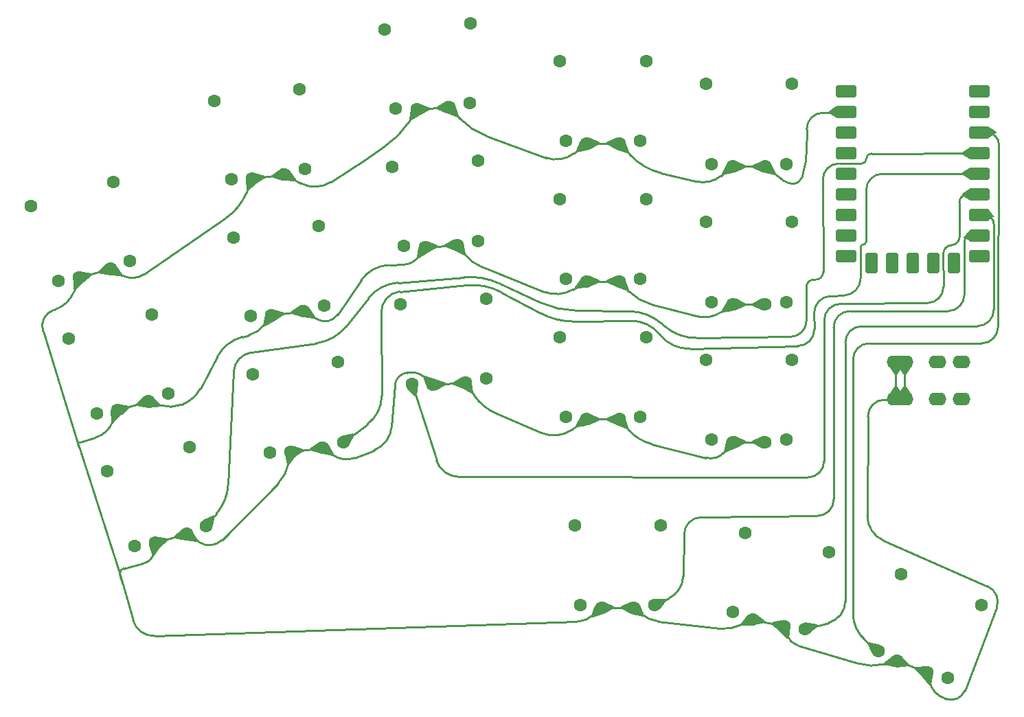
<source format=gbr>
%TF.GenerationSoftware,KiCad,Pcbnew,7.0.2-0*%
%TF.CreationDate,2023-05-15T17:52:50-04:00*%
%TF.ProjectId,mini,6d696e69-2e6b-4696-9361-645f70636258,v1.0.0*%
%TF.SameCoordinates,Original*%
%TF.FileFunction,Copper,L2,Bot*%
%TF.FilePolarity,Positive*%
%FSLAX46Y46*%
G04 Gerber Fmt 4.6, Leading zero omitted, Abs format (unit mm)*
G04 Created by KiCad (PCBNEW 7.0.2-0) date 2023-05-15 17:52:50*
%MOMM*%
%LPD*%
G01*
G04 APERTURE LIST*
G04 Aperture macros list*
%AMRoundRect*
0 Rectangle with rounded corners*
0 $1 Rounding radius*
0 $2 $3 $4 $5 $6 $7 $8 $9 X,Y pos of 4 corners*
0 Add a 4 corners polygon primitive as box body*
4,1,4,$2,$3,$4,$5,$6,$7,$8,$9,$2,$3,0*
0 Add four circle primitives for the rounded corners*
1,1,$1+$1,$2,$3*
1,1,$1+$1,$4,$5*
1,1,$1+$1,$6,$7*
1,1,$1+$1,$8,$9*
0 Add four rect primitives between the rounded corners*
20,1,$1+$1,$2,$3,$4,$5,0*
20,1,$1+$1,$4,$5,$6,$7,0*
20,1,$1+$1,$6,$7,$8,$9,0*
20,1,$1+$1,$8,$9,$2,$3,0*%
G04 Aperture macros list end*
%TA.AperFunction,ComponentPad*%
%ADD10C,1.600000*%
%TD*%
%TA.AperFunction,ComponentPad*%
%ADD11O,2.200000X1.600000*%
%TD*%
%TA.AperFunction,ComponentPad*%
%ADD12RoundRect,0.400000X-0.900000X-0.400000X0.900000X-0.400000X0.900000X0.400000X-0.900000X0.400000X0*%
%TD*%
%TA.AperFunction,ComponentPad*%
%ADD13RoundRect,0.400050X-0.899950X-0.400050X0.899950X-0.400050X0.899950X0.400050X-0.899950X0.400050X0*%
%TD*%
%TA.AperFunction,ComponentPad*%
%ADD14RoundRect,0.400000X-0.400000X-0.900000X0.400000X-0.900000X0.400000X0.900000X-0.400000X0.900000X0*%
%TD*%
%TA.AperFunction,ComponentPad*%
%ADD15RoundRect,0.393700X-0.393700X-0.906300X0.393700X-0.906300X0.393700X0.906300X-0.393700X0.906300X0*%
%TD*%
%TA.AperFunction,Conductor*%
%ADD16C,0.250000*%
%TD*%
G04 APERTURE END LIST*
D10*
%TO.P,S18,1*%
%TO.N,GP2*%
X188682125Y-119091035D03*
X197233722Y-122373685D03*
%TO.P,S18,2*%
%TO.N,GND*%
X190983252Y-120295698D03*
X194717574Y-121729170D03*
%TO.P,S18,3*%
%TO.N,N/C*%
X201435824Y-113435943D03*
%TO.P,S18,4*%
X191539871Y-109637243D03*
%TD*%
%TO.P,S7,1*%
%TO.N,GP5*%
X131195715Y-86137661D03*
X140333401Y-85498692D03*
%TO.P,S7,2*%
%TO.N,GND*%
X133790357Y-86256959D03*
X137780613Y-85977933D03*
%TO.P,S7,3*%
%TO.N,N/C*%
X140364546Y-75622461D03*
%TO.P,S7,4*%
X129790367Y-76361880D03*
%TD*%
%TO.P,S11,1*%
%TO.N,GP13*%
X150166600Y-73200400D03*
X159326600Y-73200400D03*
%TO.P,S11,2*%
%TO.N,GND*%
X152746600Y-73500400D03*
X156746600Y-73500400D03*
%TO.P,S11,3*%
%TO.N,N/C*%
X160046600Y-63350400D03*
%TO.P,S11,4*%
X149446600Y-63350400D03*
%TD*%
%TO.P,S16,1*%
%TO.N,GP7*%
X151966600Y-113433800D03*
X161126600Y-113433800D03*
%TO.P,S16,2*%
%TO.N,GND*%
X154546600Y-113733800D03*
X158546600Y-113733800D03*
%TO.P,S16,3*%
%TO.N,N/C*%
X161846600Y-103583800D03*
%TO.P,S16,4*%
X151246600Y-103583800D03*
%TD*%
%TO.P,S4,1*%
%TO.N,GP4*%
X113662455Y-94603480D03*
X122733311Y-93328654D03*
%TO.P,S4,2*%
%TO.N,GND*%
X116259099Y-94541494D03*
X120220171Y-93984801D03*
%TO.P,S4,3*%
%TO.N,N/C*%
X122075449Y-83474309D03*
%TO.P,S4,4*%
X111578607Y-84949544D03*
%TD*%
%TO.P,S5,1*%
%TO.N,GP11*%
X111296555Y-77768880D03*
X120367411Y-76494054D03*
%TO.P,S5,2*%
%TO.N,GND*%
X113893199Y-77706894D03*
X117854271Y-77150201D03*
%TO.P,S5,3*%
%TO.N,N/C*%
X119709549Y-66639709D03*
%TO.P,S5,4*%
X109212707Y-68114944D03*
%TD*%
%TO.P,S10,1*%
%TO.N,GP8*%
X150166600Y-90200400D03*
X159326600Y-90200400D03*
%TO.P,S10,2*%
%TO.N,GND*%
X152746600Y-90500400D03*
X156746600Y-90500400D03*
%TO.P,S10,3*%
%TO.N,N/C*%
X160046600Y-80350400D03*
%TO.P,S10,4*%
X149446600Y-80350400D03*
%TD*%
%TO.P,S6,1*%
%TO.N,GP26*%
X108930655Y-60934380D03*
X118001511Y-59659554D03*
%TO.P,S6,2*%
%TO.N,GND*%
X111527299Y-60872394D03*
X115488371Y-60315701D03*
%TO.P,S6,3*%
%TO.N,N/C*%
X117343649Y-49805209D03*
%TO.P,S6,4*%
X106846807Y-51280444D03*
%TD*%
%TO.P,S13,1*%
%TO.N,GP9*%
X168166600Y-93033800D03*
X177326600Y-93033800D03*
%TO.P,S13,2*%
%TO.N,GND*%
X170746600Y-93333800D03*
X174746600Y-93333800D03*
%TO.P,S13,3*%
%TO.N,N/C*%
X178046600Y-83183800D03*
%TO.P,S13,4*%
X167446600Y-83183800D03*
%TD*%
%TO.P,S3,1*%
%TO.N,GP15*%
X87631472Y-73481954D03*
X96436629Y-70957116D03*
%TO.P,S3,2*%
%TO.N,GND*%
X90194218Y-73059188D03*
X94039265Y-71956638D03*
%TO.P,S3,3*%
%TO.N,N/C*%
X94413710Y-61290229D03*
%TO.P,S3,4*%
X84224336Y-64211985D03*
%TD*%
D11*
%TO.P,TRRS1,1*%
%TO.N,GND*%
X190846600Y-83433800D03*
X190846600Y-88033800D03*
%TO.P,TRRS1,2*%
X191946600Y-83433800D03*
X191946600Y-88033800D03*
%TO.P,TRRS1,3*%
%TO.N,P3V3*%
X195946600Y-83433800D03*
X195946600Y-88033800D03*
%TO.P,TRRS1,4*%
%TO.N,GP1*%
X198946600Y-83433800D03*
X198946600Y-88033800D03*
%TD*%
D10*
%TO.P,S9,1*%
%TO.N,GP27*%
X129223015Y-52192661D03*
X138360701Y-51553692D03*
%TO.P,S9,2*%
%TO.N,GND*%
X131817657Y-52311959D03*
X135807913Y-52032933D03*
%TO.P,S9,3*%
%TO.N,N/C*%
X138391846Y-41677461D03*
%TO.P,S9,4*%
X127817667Y-42416880D03*
%TD*%
%TO.P,S1,1*%
%TO.N,GP3*%
X97003172Y-106164854D03*
X105808329Y-103640016D03*
%TO.P,S1,2*%
%TO.N,GND*%
X99565918Y-105742088D03*
X103410965Y-104639538D03*
%TO.P,S1,3*%
%TO.N,N/C*%
X103785410Y-93973129D03*
%TO.P,S1,4*%
X93596036Y-96894885D03*
%TD*%
%TO.P,S2,1*%
%TO.N,GP10*%
X92317372Y-89823454D03*
X101122529Y-87298616D03*
%TO.P,S2,2*%
%TO.N,GND*%
X94880118Y-89400688D03*
X98725165Y-88298138D03*
%TO.P,S2,3*%
%TO.N,N/C*%
X99099610Y-77631729D03*
%TO.P,S2,4*%
X88910236Y-80553485D03*
%TD*%
D12*
%TO.P,RP2040Zero1,1*%
%TO.N,GP0*%
X201126600Y-50073800D03*
X201126600Y-50073800D03*
%TO.P,RP2040Zero1,2*%
%TO.N,GP1*%
X201126600Y-52613800D03*
X201126600Y-52613800D03*
%TO.P,RP2040Zero1,3*%
%TO.N,GP2*%
X201126600Y-55153800D03*
X201126600Y-55153800D03*
%TO.P,RP2040Zero1,4*%
%TO.N,GP3*%
X201126600Y-57693800D03*
X201126600Y-57693800D03*
%TO.P,RP2040Zero1,5*%
%TO.N,GP4*%
X201126600Y-60233800D03*
X201126600Y-60233800D03*
D13*
%TO.P,RP2040Zero1,6*%
%TO.N,GP5*%
X201126600Y-62773800D03*
X201126600Y-62773800D03*
%TO.P,RP2040Zero1,7*%
%TO.N,GP6*%
X201126600Y-65313800D03*
X201126600Y-65313800D03*
%TO.P,RP2040Zero1,8*%
%TO.N,GP7*%
X201126600Y-67853800D03*
X201126600Y-67853800D03*
%TO.P,RP2040Zero1,9*%
%TO.N,GP8*%
X201126600Y-70393800D03*
X201126600Y-70393800D03*
D14*
%TO.P,RP2040Zero1,10*%
%TO.N,GP9*%
X197986600Y-71203800D03*
X197986600Y-71203800D03*
D15*
%TO.P,RP2040Zero1,11*%
%TO.N,GP10*%
X195446600Y-71203800D03*
X195446600Y-71203800D03*
%TO.P,RP2040Zero1,12*%
%TO.N,GP11*%
X192906600Y-71203800D03*
X192906600Y-71203800D03*
%TO.P,RP2040Zero1,13*%
%TO.N,GP12*%
X190366600Y-71203800D03*
X190366600Y-71203800D03*
%TO.P,RP2040Zero1,14*%
%TO.N,GP13*%
X187826600Y-71203800D03*
X187826600Y-71203800D03*
D13*
%TO.P,RP2040Zero1,15*%
%TO.N,GP14*%
X184686600Y-70393800D03*
X184686600Y-70393800D03*
%TO.P,RP2040Zero1,16*%
%TO.N,GP15*%
X184686600Y-67853800D03*
X184686600Y-67853800D03*
%TO.P,RP2040Zero1,17*%
%TO.N,GP26*%
X184686600Y-65313800D03*
X184686600Y-65313800D03*
%TO.P,RP2040Zero1,18*%
%TO.N,GP27*%
X184686600Y-62773800D03*
X184686600Y-62773800D03*
%TO.P,RP2040Zero1,19*%
%TO.N,P5V*%
X184686600Y-50073800D03*
X184686600Y-50073800D03*
%TO.P,RP2040Zero1,20*%
%TO.N,GND*%
X184686600Y-52613800D03*
X184686600Y-52613800D03*
%TO.P,RP2040Zero1,21*%
%TO.N,P3V3*%
X184686600Y-55153800D03*
X184686600Y-55153800D03*
%TO.P,RP2040Zero1,22*%
%TO.N,GP28*%
X184686600Y-60233800D03*
X184686600Y-60233800D03*
%TO.P,RP2040Zero1,23*%
%TO.N,GP29*%
X184686600Y-57693800D03*
X184686600Y-57693800D03*
%TD*%
D10*
%TO.P,S8,1*%
%TO.N,GP12*%
X130209315Y-69165161D03*
X139347001Y-68526192D03*
%TO.P,S8,2*%
%TO.N,GND*%
X132803957Y-69284459D03*
X136794213Y-69005433D03*
%TO.P,S8,3*%
%TO.N,N/C*%
X139378146Y-58649961D03*
%TO.P,S8,4*%
X128803967Y-59389380D03*
%TD*%
%TO.P,S15,1*%
%TO.N,GP29*%
X168166600Y-59033800D03*
X177326600Y-59033800D03*
%TO.P,S15,2*%
%TO.N,GND*%
X170746600Y-59333800D03*
X174746600Y-59333800D03*
%TO.P,S15,3*%
%TO.N,N/C*%
X178046600Y-49183800D03*
%TO.P,S15,4*%
X167446600Y-49183800D03*
%TD*%
%TO.P,S12,1*%
%TO.N,GP28*%
X150166600Y-56200400D03*
X159326600Y-56200400D03*
%TO.P,S12,2*%
%TO.N,GND*%
X152746600Y-56500400D03*
X156746600Y-56500400D03*
%TO.P,S12,3*%
%TO.N,N/C*%
X160046600Y-46350400D03*
%TO.P,S12,4*%
X149446600Y-46350400D03*
%TD*%
%TO.P,S14,1*%
%TO.N,GP14*%
X168166600Y-76033800D03*
X177326600Y-76033800D03*
%TO.P,S14,2*%
%TO.N,GND*%
X170746600Y-76333800D03*
X174746600Y-76333800D03*
%TO.P,S14,3*%
%TO.N,N/C*%
X178046600Y-66183800D03*
%TO.P,S14,4*%
X167446600Y-66183800D03*
%TD*%
%TO.P,S17,1*%
%TO.N,GP6*%
X170736735Y-114272812D03*
X179661965Y-116333363D03*
%TO.P,S17,2*%
%TO.N,GND*%
X173183124Y-115145496D03*
X177080604Y-116045300D03*
%TO.P,S17,3*%
%TO.N,N/C*%
X182579279Y-106897783D03*
%TO.P,S17,4*%
X172250956Y-104513302D03*
%TD*%
D16*
%TO.N,GP3*%
X157981218Y-77186565D02*
X151397586Y-77104628D01*
X107125970Y-102111576D02*
X105808329Y-103640016D01*
X187852720Y-57746384D02*
X200526600Y-57693800D01*
X162339610Y-79021607D02*
X161970443Y-78701962D01*
X183845764Y-58971207D02*
X186601373Y-58994962D01*
X123109508Y-79026688D02*
X125793572Y-75614742D01*
X109235227Y-84635969D02*
X108543660Y-98567623D01*
X166320174Y-80478905D02*
X177855793Y-80343590D01*
X179844819Y-78317983D02*
X179818286Y-74231833D01*
X137654008Y-72998565D02*
X129419749Y-73668066D01*
X146981682Y-76095446D02*
X142038125Y-73786780D01*
X181857147Y-60949084D02*
X181893738Y-72365134D01*
X111392618Y-82270912D02*
X119476428Y-81120407D01*
X107125954Y-102111562D02*
G75*
G03*
X108543660Y-98567623I-4448654J3835162D01*
G01*
X129419751Y-73668092D02*
G75*
G03*
X125793572Y-75614742I416849J-5127208D01*
G01*
X162339616Y-79021600D02*
G75*
G03*
X166320174Y-80478904I3910484J4516300D01*
G01*
X183845764Y-58971210D02*
G75*
G03*
X181857147Y-60949084I-16964J-1971590D01*
G01*
X111392620Y-82270926D02*
G75*
G03*
X109235227Y-84635969I354380J-2489774D01*
G01*
X119476433Y-81120440D02*
G75*
G03*
X123109508Y-79026688I-793633J5576040D01*
G01*
X142038128Y-73786774D02*
G75*
G03*
X137654008Y-72998565I-3679428J-7878826D01*
G01*
X180854296Y-73298413D02*
G75*
G03*
X181893737Y-72365134I103404J930313D01*
G01*
X161970436Y-78701970D02*
G75*
G03*
X157981218Y-77186565I-4066536J-4696530D01*
G01*
X180854290Y-73298468D02*
G75*
G03*
X179818287Y-74231833I-102990J-927332D01*
G01*
X177855793Y-80343623D02*
G75*
G03*
X179844818Y-78317983I-23593J2012523D01*
G01*
X186601373Y-58995015D02*
G75*
G03*
X187227038Y-58374668I5327J620315D01*
G01*
X187852720Y-57746443D02*
G75*
G03*
X187227038Y-58374668I2580J-628257D01*
G01*
X146981682Y-76095446D02*
G75*
G03*
X151397586Y-77104627I4549718J9742346D01*
G01*
%TO.N,GND*%
X194717574Y-121729170D02*
X195077361Y-123042333D01*
X126535690Y-94324566D02*
X124129500Y-95260307D01*
X166205943Y-61184533D02*
X161841498Y-60122911D01*
X189389703Y-120695230D02*
X190983252Y-120295698D01*
X137156311Y-53464224D02*
X135807913Y-52032933D01*
X115488371Y-60315701D02*
X117501914Y-61406276D01*
X98725165Y-88298138D02*
X100110100Y-88761138D01*
X161561104Y-115412015D02*
X169107955Y-116310450D01*
X156746600Y-73500400D02*
X157916347Y-74704135D01*
X179861224Y-54756351D02*
X179840094Y-57566628D01*
X203276472Y-113777565D02*
X199338851Y-123969053D01*
X90205312Y-94084237D02*
X95196157Y-109651095D01*
X154546600Y-113733800D02*
X153632252Y-114583201D01*
X111111474Y-80132199D02*
X110284397Y-80354874D01*
X131817657Y-52311959D02*
X135807913Y-52032933D01*
X132803957Y-69284459D02*
X136794213Y-69005433D01*
X95442289Y-72748870D02*
X94039265Y-71956638D01*
X141631178Y-89815739D02*
X147157020Y-92183957D01*
X98725165Y-88298138D02*
X94880118Y-89400688D01*
X130139408Y-71446352D02*
X128393008Y-71492228D01*
X103410965Y-104639538D02*
X99565918Y-105742088D01*
X121442870Y-61098091D02*
X121228643Y-61240133D01*
X90205312Y-94084237D02*
X90063976Y-93643398D01*
X98173703Y-72629241D02*
X108290223Y-65684850D01*
X152746600Y-73500400D02*
X156746600Y-73500400D01*
X158546600Y-113733800D02*
X154546600Y-113733800D01*
X152746600Y-73500400D02*
X151040835Y-74509911D01*
X170746600Y-59333800D02*
X169351142Y-60471973D01*
X176985503Y-61059482D02*
X174746600Y-59333800D01*
X95558758Y-110850297D02*
X96817737Y-115278430D01*
X105097760Y-86743855D02*
X107194459Y-82812545D01*
X98149453Y-108266278D02*
X95652555Y-108890502D01*
X130558147Y-84754923D02*
X130657577Y-84739015D01*
X110734459Y-62711830D02*
X111527299Y-60872394D01*
X194717574Y-121729170D02*
X190983252Y-120295698D01*
X125348616Y-58508411D02*
X127953949Y-56780963D01*
X173183124Y-115145496D02*
X177080604Y-116045300D01*
X103410965Y-104639538D02*
X104962417Y-105658147D01*
X129098346Y-86340974D02*
X128715337Y-91383923D01*
X170746600Y-76333800D02*
X174746600Y-76333800D01*
X89555857Y-74725599D02*
X90194218Y-73059188D01*
X124935743Y-73381834D02*
X122085467Y-77578070D01*
X170746600Y-93333800D02*
X174746600Y-93333800D01*
X177423323Y-117073603D02*
X177080604Y-116045300D01*
X133790357Y-86256959D02*
X132852161Y-85397476D01*
X178804700Y-118411829D02*
X186221871Y-120625017D01*
X137780613Y-85977933D02*
X133790357Y-86256959D01*
X156746600Y-90500400D02*
X152746600Y-90500400D01*
X137780613Y-85977933D02*
X138842746Y-87526915D01*
X150958300Y-91775008D02*
X152746600Y-90500400D01*
X99408428Y-106866497D02*
X99565918Y-105742088D01*
X152746600Y-56500400D02*
X151174936Y-57723445D01*
X160708910Y-76336539D02*
X166257492Y-77802203D01*
X90194218Y-73059188D02*
X94039265Y-71956638D01*
X113127541Y-78751222D02*
X113893199Y-77706894D01*
X125348616Y-58508411D02*
X121442870Y-61098091D01*
X92223558Y-92744206D02*
X90214750Y-93355583D01*
X87228202Y-76967089D02*
X87016629Y-77039115D01*
X151470605Y-115474544D02*
X99483770Y-117222639D01*
X90066058Y-93642741D02*
X85710740Y-79604041D01*
X169328026Y-77286185D02*
X170746600Y-76333800D01*
X131817657Y-52311959D02*
X130721758Y-53992187D01*
X202155865Y-111082940D02*
X189307039Y-105439062D01*
X115488371Y-60315701D02*
X111527299Y-60872394D01*
X187405984Y-90153021D02*
X187347833Y-102423006D01*
X189426658Y-88093606D02*
X191946600Y-88033800D01*
X191946600Y-88033800D02*
X191946600Y-83433800D01*
X159460861Y-114502313D02*
X158546600Y-113733800D01*
X114675389Y-98446070D02*
X107820678Y-105358873D01*
X152746600Y-56500400D02*
X156746600Y-56500400D01*
X197072627Y-124978534D02*
X196709509Y-124840204D01*
X102933294Y-88664815D02*
X102856023Y-88694866D01*
X171875067Y-115814821D02*
X173183124Y-115145496D01*
X140351920Y-55569747D02*
X147732519Y-58263666D01*
X169813350Y-94475805D02*
X170746600Y-93333800D01*
X137626345Y-70098207D02*
X136794213Y-69005433D01*
X116259099Y-94541494D02*
X120220171Y-93984801D01*
X156746600Y-90500400D02*
X157906916Y-91813026D01*
X95216095Y-109645066D02*
X95558758Y-110850297D01*
X113893199Y-77706894D02*
X117854271Y-77150201D01*
X156746600Y-56500400D02*
X158244674Y-58056402D01*
X170746600Y-59333800D02*
X174746600Y-59333800D01*
X139734670Y-71698854D02*
X147493437Y-74786527D01*
X167450646Y-95254774D02*
X160765273Y-93556901D01*
X116259099Y-94541494D02*
X115981398Y-95975271D01*
X179219777Y-60772265D02*
X179412886Y-60182212D01*
X117854271Y-77150201D02*
X119444002Y-78138328D01*
X190846600Y-83433800D02*
X190846600Y-88033800D01*
X120220171Y-93984801D02*
X121457286Y-94901601D01*
X181888716Y-52695240D02*
X185286600Y-52613800D01*
X132107423Y-70348706D02*
X132803957Y-69284459D01*
X94297137Y-90845617D02*
X94880118Y-89400688D01*
X189426657Y-88093544D02*
G75*
G03*
X187405984Y-90153021I49143J-2069256D01*
G01*
X90214753Y-93355592D02*
G75*
G03*
X90063976Y-93643398I66447J-218208D01*
G01*
X167450658Y-95254726D02*
G75*
G03*
X169813350Y-94475805I569942J2244026D01*
G01*
X90063927Y-93643412D02*
G75*
G03*
X90066058Y-93642741I1073J312D01*
G01*
X117501921Y-61406264D02*
G75*
G03*
X121228643Y-61240133I1725079J3185064D01*
G01*
X132852187Y-85397448D02*
G75*
G03*
X130657577Y-84739016I-1778587J-1941552D01*
G01*
X104962424Y-105658137D02*
G75*
G03*
X107820678Y-105358873I1246076J1897937D01*
G01*
X157916339Y-74704143D02*
G75*
G03*
X160708910Y-76336539I4337061J4214643D01*
G01*
X147157030Y-92183933D02*
G75*
G03*
X150958300Y-91775008I1536870J3585933D01*
G01*
X176985506Y-61059478D02*
G75*
G03*
X178275852Y-61477960I1230994J1597078D01*
G01*
X138842740Y-87526919D02*
G75*
G03*
X141631178Y-89815738I5338060J3660319D01*
G01*
X197072626Y-124978535D02*
G75*
G03*
X199338851Y-123969053I625974J1643235D01*
G01*
X159460860Y-114502314D02*
G75*
G03*
X161561104Y-115412014I2572940J3060914D01*
G01*
X157906913Y-91813029D02*
G75*
G03*
X160765273Y-93556900I4256887J3762929D01*
G01*
X130139408Y-71446371D02*
G75*
G03*
X132107422Y-70348706I-63808J2427471D01*
G01*
X87228216Y-76967131D02*
G75*
G03*
X89555857Y-74725599I-1226616J3603031D01*
G01*
X166257493Y-77802201D02*
G75*
G03*
X169328026Y-77286184I964807J3652501D01*
G01*
X147732502Y-58263713D02*
G75*
G03*
X151174936Y-57723445I1233298J3379013D01*
G01*
X166205951Y-61184499D02*
G75*
G03*
X169351142Y-60471973I856049J3519199D01*
G01*
X177423362Y-117073590D02*
G75*
G03*
X178804700Y-118411828I1977338J658990D01*
G01*
X92223551Y-92744182D02*
G75*
G03*
X94297136Y-90845617I-948951J3118082D01*
G01*
X95652547Y-108890470D02*
G75*
G03*
X95216095Y-109645066I147153J-588630D01*
G01*
X95196209Y-109651078D02*
G75*
G03*
X95216095Y-109645066I9891J3178D01*
G01*
X111111478Y-80132213D02*
G75*
G03*
X113127541Y-78751222I-959078J3562213D01*
G01*
X151470605Y-115474557D02*
G75*
G03*
X153632251Y-114583200I-112305J3339157D01*
G01*
X178275852Y-61477964D02*
G75*
G03*
X179219777Y-60772265I-30152J1024464D01*
G01*
X195077332Y-123042341D02*
G75*
G03*
X196709509Y-124840203I2587068J708841D01*
G01*
X102933286Y-88664793D02*
G75*
G03*
X105097760Y-86743855I-1508886J3880093D01*
G01*
X130558144Y-84754902D02*
G75*
G03*
X129098346Y-86340974I274856J-1717798D01*
G01*
X179412872Y-60182207D02*
G75*
G03*
X179840093Y-57566628I-8189972J2680407D01*
G01*
X98149464Y-108266322D02*
G75*
G03*
X99408428Y-106866497I-408364J1633322D01*
G01*
X127953936Y-56780944D02*
G75*
G03*
X130721758Y-53992187I-5367036J8094644D01*
G01*
X119443995Y-78138340D02*
G75*
G03*
X122085467Y-77578070I1029005J1655540D01*
G01*
X126535668Y-94324510D02*
G75*
G03*
X128715336Y-91383923I-1244668J3200710D01*
G01*
X87016640Y-77039148D02*
G75*
G03*
X85710740Y-79604041I664960J-1953452D01*
G01*
X100110108Y-88761114D02*
G75*
G03*
X102856023Y-88694865I1281292J3832514D01*
G01*
X121457261Y-94901635D02*
G75*
G03*
X124129500Y-95260307I1661039J2241435D01*
G01*
X137156305Y-53464230D02*
G75*
G03*
X140351920Y-55569747I6041595J5691730D01*
G01*
X169107956Y-116310446D02*
G75*
G03*
X171875067Y-115814821I570144J4789146D01*
G01*
X187347784Y-102423006D02*
G75*
G03*
X189307039Y-105439061I3277216J-15494D01*
G01*
X114675403Y-98446084D02*
G75*
G03*
X115981397Y-95975271I-3413603J3384884D01*
G01*
X137626328Y-70098220D02*
G75*
G03*
X139734670Y-71698854I3938972J2999520D01*
G01*
X158244681Y-58056395D02*
G75*
G03*
X161841498Y-60122911I5353119J5153795D01*
G01*
X108290236Y-65684869D02*
G75*
G03*
X110734459Y-62711830I-3925436J5718469D01*
G01*
X181888717Y-52695263D02*
G75*
G03*
X179861225Y-54756351I49783J-2076737D01*
G01*
X90066059Y-93642741D02*
G75*
G03*
X90205313Y-94084237I46843441J14532341D01*
G01*
X110284398Y-80354877D02*
G75*
G03*
X107194460Y-82812545I1290702J-4794023D01*
G01*
X203276535Y-113777589D02*
G75*
G03*
X202155865Y-111082941I-1969935J761089D01*
G01*
X147493453Y-74786487D02*
G75*
G03*
X151040835Y-74509911I1492147J3749387D01*
G01*
X95442278Y-72748889D02*
G75*
G03*
X98173703Y-72629240I1269822J2248889D01*
G01*
X95558756Y-110850298D02*
G75*
G03*
X95196156Y-109651095I-36249656J-10306302D01*
G01*
X186221868Y-120625028D02*
G75*
G03*
X189389703Y-120695229I1711832J5737028D01*
G01*
X96817749Y-115278427D02*
G75*
G03*
X99483770Y-117222638I2576051J732427D01*
G01*
X128393008Y-71492211D02*
G75*
G03*
X124935743Y-73381834I113392J-4314989D01*
G01*
%TO.N,GP4*%
X161845549Y-80149643D02*
X161754856Y-80039111D01*
X184476481Y-75242200D02*
X182776807Y-75317407D01*
X127478943Y-87574434D02*
X127409785Y-77408264D01*
X165479620Y-81811405D02*
X178824592Y-81465680D01*
X180786875Y-77420016D02*
X180808405Y-79407623D01*
X147019594Y-77410629D02*
X142240151Y-74848453D01*
X186512496Y-73131489D02*
X186544149Y-69269823D01*
X125714960Y-91112937D02*
X122733311Y-93328654D01*
X189208618Y-60241152D02*
X200526600Y-60233800D01*
X129675937Y-74763180D02*
X137936189Y-73981144D01*
X151356775Y-78462746D02*
X158116239Y-78353723D01*
X187157000Y-68661251D02*
X187194303Y-62245091D01*
X186850937Y-68965539D02*
G75*
G03*
X186544149Y-69269823I-37J-306761D01*
G01*
X125714981Y-91112966D02*
G75*
G03*
X127478943Y-87574434I-2607481J3508766D01*
G01*
X178824594Y-81465740D02*
G75*
G03*
X180808404Y-79407623I-52794J2036040D01*
G01*
X161754850Y-80039116D02*
G75*
G03*
X158116239Y-78353724I-3564250J-2924484D01*
G01*
X161845536Y-80149654D02*
G75*
G03*
X165479620Y-81811405I3516264J2885154D01*
G01*
X142240157Y-74848443D02*
G75*
G03*
X137936189Y-73981144I-3588157J-6693357D01*
G01*
X182776811Y-75317487D02*
G75*
G03*
X180786876Y-77420016I91989J-2080013D01*
G01*
X189208618Y-60241169D02*
G75*
G03*
X187194303Y-62245091I1282J-2015631D01*
G01*
X128040384Y-75631682D02*
G75*
G03*
X127409786Y-77408264I2134416J-1757818D01*
G01*
X129675937Y-74763177D02*
G75*
G03*
X128040358Y-75631660I227463J-2402723D01*
G01*
X147019592Y-77410633D02*
G75*
G03*
X151356775Y-78462745I4194008J7823433D01*
G01*
X186850937Y-68965605D02*
G75*
G03*
X187157000Y-68661251I-37J306105D01*
G01*
X184476480Y-75242184D02*
G75*
G03*
X186512495Y-73131489I-94180J2128184D01*
G01*
%TO.N,GP5*%
X134228752Y-95586300D02*
X131195715Y-86137661D01*
X194738608Y-76181555D02*
X184042353Y-76266446D01*
X180001443Y-97677384D02*
X136995057Y-97607108D01*
X198689976Y-63765133D02*
X198716623Y-67975332D01*
X182004931Y-95680619D02*
X182034964Y-78286339D01*
X199605371Y-62808534D02*
X200526600Y-62773800D01*
X196728527Y-74164701D02*
X196706235Y-70117712D01*
X197711848Y-69046572D02*
G75*
G03*
X198716623Y-67975332I-61448J1064472D01*
G01*
X194738608Y-76181494D02*
G75*
G03*
X196728527Y-74164701I-15908J2005794D01*
G01*
X197711843Y-69046490D02*
G75*
G03*
X196706235Y-70117712I61457J-1065310D01*
G01*
X184042353Y-76266426D02*
G75*
G03*
X182034965Y-78286339I16047J-2023374D01*
G01*
X134228753Y-95586300D02*
G75*
G03*
X136995057Y-97607107I2771047J889500D01*
G01*
X199605371Y-62808532D02*
G75*
G03*
X198689976Y-63765133I35829J-950568D01*
G01*
X180001443Y-97677430D02*
G75*
G03*
X182004930Y-95680619I3257J2000230D01*
G01*
%TO.N,GP7*%
X183199528Y-79157466D02*
X183199528Y-100389385D01*
X166830310Y-102587988D02*
X181194782Y-102417995D01*
X185199526Y-77157468D02*
X197298568Y-77157468D01*
X199916105Y-67871040D02*
X200526600Y-67853800D01*
X164767868Y-104625886D02*
X164644188Y-109820459D01*
X199300322Y-75157168D02*
X199305165Y-68499018D01*
X162862432Y-112591546D02*
X161126600Y-113433800D01*
X197298568Y-77157422D02*
G75*
G03*
X199300321Y-75157168I32J2001722D01*
G01*
X162862415Y-112591511D02*
G75*
G03*
X164644187Y-109820459I-1381115J2846411D01*
G01*
X199916107Y-67871114D02*
G75*
G03*
X199305165Y-68499018I17693J-628386D01*
G01*
X181194782Y-102417986D02*
G75*
G03*
X183199528Y-100389385I-23982J2028586D01*
G01*
X185199526Y-77157528D02*
G75*
G03*
X183199528Y-79157466I-26J-1999972D01*
G01*
X166830310Y-102588023D02*
G75*
G03*
X164767869Y-104625886I24690J-2087577D01*
G01*
%TO.N,GP6*%
X182587321Y-115574928D02*
X179661965Y-116333363D01*
X184618724Y-112950156D02*
X184624122Y-81045739D01*
X202936883Y-66485243D02*
X202936883Y-77003232D01*
X186625442Y-79040316D02*
X200935971Y-79008585D01*
X201731741Y-65296891D02*
X200526600Y-65313800D01*
X200935971Y-79008578D02*
G75*
G03*
X202936883Y-77003232I-4471J2005378D01*
G01*
X202936825Y-66485243D02*
G75*
G03*
X201731741Y-65296892I-1188425J43D01*
G01*
X186625442Y-79040327D02*
G75*
G03*
X184624122Y-81045739I4458J-2005773D01*
G01*
X182587321Y-115574929D02*
G75*
G03*
X184618724Y-112950156I-680621J2625229D01*
G01*
%TO.N,GP2*%
X185574322Y-114431517D02*
X185574322Y-83143216D01*
X201434684Y-81143218D02*
X187574320Y-81143218D01*
X203564230Y-56677370D02*
X203447262Y-79141092D01*
X202049379Y-55154206D02*
X200526600Y-55153800D01*
X187128223Y-117778349D02*
X188682125Y-119091035D01*
X187574320Y-81143222D02*
G75*
G03*
X185574322Y-83143216I-20J-1999978D01*
G01*
X203564274Y-56677370D02*
G75*
G03*
X202049379Y-55154206I-1515274J7870D01*
G01*
X201434684Y-81143189D02*
G75*
G03*
X203447262Y-79141092I16J2012589D01*
G01*
X185574303Y-114431517D02*
G75*
G03*
X187128223Y-117778348I4381197J17D01*
G01*
%TD*%
%TA.AperFunction,Conductor*%
%TO.N,GND*%
G36*
X190973688Y-86437227D02*
G01*
X190975083Y-86438911D01*
X191640354Y-87415062D01*
X191642182Y-87423828D01*
X191637784Y-87430952D01*
X190853697Y-88029382D01*
X190845042Y-88031677D01*
X190839501Y-88029382D01*
X190055414Y-87430952D01*
X190050916Y-87423208D01*
X190052843Y-87415063D01*
X190718116Y-86438911D01*
X190725608Y-86434004D01*
X190727785Y-86433800D01*
X190965415Y-86433800D01*
X190973688Y-86437227D01*
G37*
%TD.AperFunction*%
%TD*%
%TA.AperFunction,Conductor*%
%TO.N,GND*%
G36*
X111531108Y-60874898D02*
G01*
X112084176Y-61429250D01*
X112087593Y-61437528D01*
X112084157Y-61445797D01*
X112083612Y-61446306D01*
X111015198Y-62384312D01*
X111006720Y-62387195D01*
X111002848Y-62386264D01*
X110786845Y-62293162D01*
X110780604Y-62286741D01*
X110779784Y-62282853D01*
X110727750Y-60884515D01*
X110730867Y-60876120D01*
X110739007Y-60872388D01*
X110739424Y-60872380D01*
X111522832Y-60871481D01*
X111531108Y-60874898D01*
G37*
%TD.AperFunction*%
%TD*%
%TA.AperFunction,Conductor*%
%TO.N,GND*%
G36*
X153818409Y-113432158D02*
G01*
X154219948Y-113597948D01*
X154542836Y-113731264D01*
X154549175Y-113737588D01*
X154549186Y-113737613D01*
X154847879Y-114461113D01*
X154847868Y-114470068D01*
X154841529Y-114476393D01*
X154840581Y-114476737D01*
X153470362Y-114908536D01*
X153461441Y-114907754D01*
X153458273Y-114905340D01*
X153298178Y-114733004D01*
X153295058Y-114724610D01*
X153295871Y-114720736D01*
X153684866Y-113737588D01*
X153803128Y-113438691D01*
X153809357Y-113432261D01*
X153818311Y-113432119D01*
X153818409Y-113432158D01*
G37*
%TD.AperFunction*%
%TD*%
%TA.AperFunction,Conductor*%
%TO.N,GND*%
G36*
X99299111Y-87740452D02*
G01*
X100268345Y-88678885D01*
X100271904Y-88687102D01*
X100271302Y-88691001D01*
X100196720Y-88914091D01*
X100190847Y-88920850D01*
X100187024Y-88921997D01*
X98738249Y-89096561D01*
X98729625Y-89094148D01*
X98725233Y-89086345D01*
X98725149Y-89084959D01*
X98724947Y-88914091D01*
X98724222Y-88302680D01*
X98727637Y-88294407D01*
X99282709Y-87740575D01*
X99290985Y-87737158D01*
X99299111Y-87740452D01*
G37*
%TD.AperFunction*%
%TD*%
%TA.AperFunction,Conductor*%
%TO.N,GND*%
G36*
X171063324Y-92599732D02*
G01*
X171063840Y-92599961D01*
X172339917Y-93205628D01*
X172345921Y-93212271D01*
X172346600Y-93216198D01*
X172346600Y-93451401D01*
X172343173Y-93459674D01*
X172339917Y-93461971D01*
X171063851Y-94067633D01*
X171054907Y-94068084D01*
X171048264Y-94062080D01*
X171048030Y-94061553D01*
X171018498Y-93990490D01*
X170747464Y-93338287D01*
X170747454Y-93329338D01*
X171048030Y-92606045D01*
X171054369Y-92599721D01*
X171063324Y-92599732D01*
G37*
%TD.AperFunction*%
%TD*%
%TA.AperFunction,Conductor*%
%TO.N,GND*%
G36*
X90207776Y-72261390D02*
G01*
X91678280Y-72500312D01*
X91685896Y-72505022D01*
X91687650Y-72508636D01*
X91752483Y-72734735D01*
X91751469Y-72743632D01*
X91749004Y-72746709D01*
X90768138Y-73617560D01*
X90759676Y-73620490D01*
X90752106Y-73617093D01*
X90744252Y-73609256D01*
X90196697Y-73062896D01*
X90193262Y-73054629D01*
X90194201Y-72272924D01*
X90197638Y-72264657D01*
X90205915Y-72261240D01*
X90207776Y-72261390D01*
G37*
%TD.AperFunction*%
%TD*%
%TA.AperFunction,Conductor*%
%TO.N,GND*%
G36*
X153063324Y-72766332D02*
G01*
X153063840Y-72766561D01*
X154339917Y-73372228D01*
X154345921Y-73378871D01*
X154346600Y-73382798D01*
X154346600Y-73618001D01*
X154343173Y-73626274D01*
X154339917Y-73628571D01*
X153063851Y-74234233D01*
X153054907Y-74234684D01*
X153048264Y-74228680D01*
X153048030Y-74228153D01*
X152997204Y-74105848D01*
X152747464Y-73504887D01*
X152747454Y-73495938D01*
X153048030Y-72772645D01*
X153054369Y-72766321D01*
X153063324Y-72766332D01*
G37*
%TD.AperFunction*%
%TD*%
%TA.AperFunction,Conductor*%
%TO.N,GND*%
G36*
X191556993Y-119738503D02*
G01*
X191557192Y-119738709D01*
X192090218Y-120300203D01*
X192513077Y-120745645D01*
X192516288Y-120754004D01*
X192515515Y-120757893D01*
X192431219Y-120977491D01*
X192425055Y-120983986D01*
X192421194Y-120984963D01*
X190995835Y-121094728D01*
X190987323Y-121091947D01*
X190983272Y-121083961D01*
X190983237Y-121083077D01*
X190983122Y-120984396D01*
X190982324Y-120300201D01*
X190985741Y-120291926D01*
X190985744Y-120291922D01*
X191540447Y-119738483D01*
X191548723Y-119735067D01*
X191556993Y-119738503D01*
G37*
%TD.AperFunction*%
%TD*%
%TA.AperFunction,Conductor*%
%TO.N,GND*%
G36*
X137529318Y-68704643D02*
G01*
X137535643Y-68710983D01*
X137536266Y-68712985D01*
X137853024Y-70184347D01*
X137851415Y-70193156D01*
X137848674Y-70196117D01*
X137661556Y-70338605D01*
X137652898Y-70340891D01*
X137649131Y-70339709D01*
X136497656Y-69749453D01*
X136491857Y-69742629D01*
X136492178Y-69734577D01*
X136791753Y-69009129D01*
X136798074Y-69002794D01*
X137520366Y-68704632D01*
X137529318Y-68704643D01*
G37*
%TD.AperFunction*%
%TD*%
%TA.AperFunction,Conductor*%
%TO.N,GND*%
G36*
X133389161Y-52073573D02*
G01*
X133395593Y-52079803D01*
X133396526Y-52083630D01*
X133412498Y-52312028D01*
X133412936Y-52318289D01*
X133410094Y-52326781D01*
X133407000Y-52329303D01*
X132135287Y-53044603D01*
X132126396Y-53045672D01*
X132119353Y-53040141D01*
X132118747Y-53038895D01*
X132101725Y-52997939D01*
X131818524Y-52316515D01*
X131818514Y-52307566D01*
X132119390Y-51583476D01*
X132125729Y-51577152D01*
X132134499Y-51577087D01*
X133389161Y-52073573D01*
G37*
%TD.AperFunction*%
%TD*%
%TA.AperFunction,Conductor*%
%TO.N,GND*%
G36*
X171063324Y-58599732D02*
G01*
X171063840Y-58599961D01*
X172339917Y-59205628D01*
X172345921Y-59212271D01*
X172346600Y-59216198D01*
X172346600Y-59451401D01*
X172343173Y-59459674D01*
X172339917Y-59461971D01*
X171063851Y-60067633D01*
X171054907Y-60068084D01*
X171048264Y-60062080D01*
X171048030Y-60061553D01*
X170997204Y-59939248D01*
X170747464Y-59338287D01*
X170747454Y-59329338D01*
X171048030Y-58606045D01*
X171054369Y-58599721D01*
X171063324Y-58599732D01*
G37*
%TD.AperFunction*%
%TD*%
%TA.AperFunction,Conductor*%
%TO.N,GND*%
G36*
X192073688Y-86437227D02*
G01*
X192075083Y-86438911D01*
X192740355Y-87415062D01*
X192742183Y-87423828D01*
X192737785Y-87430952D01*
X191953698Y-88029382D01*
X191945043Y-88031677D01*
X191939502Y-88029382D01*
X191155414Y-87430952D01*
X191150916Y-87423208D01*
X191152843Y-87415063D01*
X191818116Y-86438911D01*
X191825608Y-86434004D01*
X191827785Y-86433800D01*
X192065415Y-86433800D01*
X192073688Y-86437227D01*
G37*
%TD.AperFunction*%
%TD*%
%TA.AperFunction,Conductor*%
%TO.N,GP6*%
G36*
X202359142Y-64706583D02*
G01*
X202362984Y-64709667D01*
X203046380Y-65550672D01*
X203048938Y-65559253D01*
X203044678Y-65567130D01*
X203037300Y-65569750D01*
X202811883Y-65569750D01*
X202185326Y-66078830D01*
X202176744Y-66081387D01*
X202173004Y-66080353D01*
X201072139Y-65567130D01*
X200553244Y-65325221D01*
X200547195Y-65318621D01*
X200547585Y-65309674D01*
X200554186Y-65303624D01*
X200554481Y-65303521D01*
X202350211Y-64705944D01*
X202359142Y-64706583D01*
G37*
%TD.AperFunction*%
%TD*%
%TA.AperFunction,Conductor*%
%TO.N,GND*%
G36*
X132706616Y-85090318D02*
G01*
X134084228Y-85514078D01*
X134091127Y-85519786D01*
X134091970Y-85528701D01*
X134091602Y-85529726D01*
X133792948Y-86253140D01*
X133786623Y-86259479D01*
X133786598Y-86259489D01*
X133062156Y-86558603D01*
X133053201Y-86558593D01*
X133046877Y-86552254D01*
X133046840Y-86552166D01*
X132928787Y-86259489D01*
X132533433Y-85279325D01*
X132533518Y-85270370D01*
X132535656Y-85267047D01*
X132694554Y-85093597D01*
X132702667Y-85089813D01*
X132706616Y-85090318D01*
G37*
%TD.AperFunction*%
%TD*%
%TA.AperFunction,Conductor*%
%TO.N,GND*%
G36*
X117552523Y-76422196D02*
G01*
X117553527Y-76424098D01*
X117853394Y-77145572D01*
X117853405Y-77154526D01*
X117853395Y-77154551D01*
X117552237Y-77879404D01*
X117545898Y-77885729D01*
X117537902Y-77886070D01*
X116308239Y-77496922D01*
X116301385Y-77491158D01*
X116300184Y-77487398D01*
X116267450Y-77254496D01*
X116269693Y-77245827D01*
X116272641Y-77243071D01*
X117536333Y-76418787D01*
X117545132Y-76417139D01*
X117552523Y-76422196D01*
G37*
%TD.AperFunction*%
%TD*%
%TA.AperFunction,Conductor*%
%TO.N,GND*%
G36*
X138570659Y-85977922D02*
G01*
X138578928Y-85981357D01*
X138582197Y-85987760D01*
X138778694Y-87206869D01*
X138776627Y-87215582D01*
X138773760Y-87218380D01*
X138579789Y-87351385D01*
X138571027Y-87353238D01*
X138567295Y-87351853D01*
X137483305Y-86722171D01*
X137477873Y-86715052D01*
X137478368Y-86707588D01*
X137777057Y-85984351D01*
X137783382Y-85978012D01*
X137787882Y-85977117D01*
X138570659Y-85977922D01*
G37*
%TD.AperFunction*%
%TD*%
%TA.AperFunction,Conductor*%
%TO.N,GND*%
G36*
X113894231Y-77709514D02*
G01*
X113896780Y-77713329D01*
X114195309Y-78436224D01*
X114195300Y-78445179D01*
X114190028Y-78450999D01*
X113063122Y-79055872D01*
X113054212Y-79056765D01*
X113050671Y-79054999D01*
X112861008Y-78915945D01*
X112856362Y-78908289D01*
X112856448Y-78904240D01*
X113091336Y-77716315D01*
X113096303Y-77708863D01*
X113102800Y-77706884D01*
X113885956Y-77706095D01*
X113894231Y-77709514D01*
G37*
%TD.AperFunction*%
%TD*%
%TA.AperFunction,Conductor*%
%TO.N,GP2*%
G36*
X202185036Y-54387553D02*
G01*
X203221070Y-55026092D01*
X203226315Y-55033350D01*
X203226631Y-55036055D01*
X203226567Y-55272981D01*
X203223138Y-55281253D01*
X203220996Y-55282944D01*
X202185032Y-55920055D01*
X202176190Y-55921470D01*
X202173968Y-55920697D01*
X201076791Y-55410239D01*
X200548400Y-55164407D01*
X200542345Y-55157811D01*
X200542728Y-55148865D01*
X200548400Y-55143192D01*
X202173962Y-54386904D01*
X202182907Y-54386522D01*
X202185036Y-54387553D01*
G37*
%TD.AperFunction*%
%TD*%
%TA.AperFunction,Conductor*%
%TO.N,GND*%
G36*
X156444935Y-55772119D02*
G01*
X156445169Y-55772646D01*
X156745734Y-56495910D01*
X156745744Y-56504863D01*
X156745735Y-56504885D01*
X156745734Y-56504890D01*
X156445169Y-57228153D01*
X156438830Y-57234478D01*
X156429875Y-57234467D01*
X156429348Y-57234233D01*
X155153283Y-56628571D01*
X155147279Y-56621928D01*
X155146600Y-56618001D01*
X155146600Y-56382798D01*
X155150027Y-56374525D01*
X155153283Y-56372228D01*
X156429349Y-55766565D01*
X156438292Y-55766115D01*
X156444935Y-55772119D01*
G37*
%TD.AperFunction*%
%TD*%
%TA.AperFunction,Conductor*%
%TO.N,GND*%
G36*
X191953698Y-83438217D02*
G01*
X192737785Y-84036646D01*
X192742283Y-84044390D01*
X192740355Y-84052536D01*
X192075083Y-85028689D01*
X192067592Y-85033596D01*
X192065415Y-85033800D01*
X191827785Y-85033800D01*
X191819512Y-85030373D01*
X191818117Y-85028689D01*
X191152844Y-84052536D01*
X191151016Y-84043770D01*
X191155412Y-84036647D01*
X191939502Y-83438216D01*
X191948157Y-83435922D01*
X191953698Y-83438217D01*
G37*
%TD.AperFunction*%
%TD*%
%TA.AperFunction,Conductor*%
%TO.N,GND*%
G36*
X104149782Y-104337216D02*
G01*
X104155279Y-104341924D01*
X104800369Y-105398432D01*
X104801755Y-105407279D01*
X104800163Y-105410950D01*
X104671083Y-105607554D01*
X104663678Y-105612589D01*
X104659696Y-105612722D01*
X103421047Y-105440936D01*
X103413323Y-105436405D01*
X103410954Y-105429359D01*
X103410928Y-105404756D01*
X103410138Y-104646823D01*
X103413556Y-104638547D01*
X103417368Y-104636000D01*
X104140829Y-104337207D01*
X104149782Y-104337216D01*
G37*
%TD.AperFunction*%
%TD*%
%TA.AperFunction,Conductor*%
%TO.N,GND*%
G36*
X152017130Y-90198231D02*
G01*
X152740172Y-90496829D01*
X152746511Y-90503154D01*
X152747406Y-90507655D01*
X152746609Y-91290647D01*
X152743174Y-91298917D01*
X152737004Y-91302146D01*
X151535769Y-91520800D01*
X151527016Y-91518910D01*
X151524146Y-91516080D01*
X151387641Y-91324561D01*
X151385630Y-91315835D01*
X151386938Y-91312096D01*
X152002436Y-90203366D01*
X152009447Y-90197797D01*
X152017130Y-90198231D01*
G37*
%TD.AperFunction*%
%TD*%
%TA.AperFunction,Conductor*%
%TO.N,GND*%
G36*
X170020031Y-93032827D02*
G01*
X170742737Y-93331170D01*
X170749077Y-93337495D01*
X170749087Y-93337519D01*
X171048486Y-94062587D01*
X171048476Y-94071542D01*
X171042642Y-94077645D01*
X169845033Y-94639606D01*
X169836088Y-94640018D01*
X169832659Y-94638074D01*
X169650521Y-94489231D01*
X169646284Y-94481342D01*
X169646571Y-94477347D01*
X170004218Y-93040815D01*
X170009542Y-93033617D01*
X170018398Y-93032291D01*
X170020031Y-93032827D01*
G37*
%TD.AperFunction*%
%TD*%
%TA.AperFunction,Conductor*%
%TO.N,GND*%
G36*
X183509463Y-51933050D02*
G01*
X185261795Y-52603898D01*
X185268296Y-52610057D01*
X185268539Y-52619008D01*
X185262548Y-52625433D01*
X183638962Y-53380932D01*
X183630016Y-53381315D01*
X183628343Y-53380551D01*
X182595578Y-52806726D01*
X182590011Y-52799713D01*
X182589564Y-52796783D01*
X182583888Y-52559933D01*
X182587116Y-52551581D01*
X182589024Y-52549967D01*
X183498723Y-51934288D01*
X183507495Y-51932489D01*
X183509463Y-51933050D01*
G37*
%TD.AperFunction*%
%TD*%
%TA.AperFunction,Conductor*%
%TO.N,GND*%
G36*
X152189227Y-72943292D02*
G01*
X152190901Y-72944677D01*
X152744017Y-73496457D01*
X152747454Y-73504726D01*
X152747454Y-73504753D01*
X152746611Y-74289702D01*
X152743175Y-74297971D01*
X152735943Y-74301343D01*
X151452897Y-74414990D01*
X151444354Y-74412307D01*
X151441796Y-74409295D01*
X151371018Y-74289702D01*
X151322011Y-74206895D01*
X151320748Y-74198031D01*
X151322413Y-74194348D01*
X151792406Y-73504753D01*
X152172971Y-72946369D01*
X152180461Y-72941464D01*
X152189227Y-72943292D01*
G37*
%TD.AperFunction*%
%TD*%
%TA.AperFunction,Conductor*%
%TO.N,GND*%
G36*
X115439230Y-77360172D02*
G01*
X115446084Y-77365936D01*
X115447286Y-77369699D01*
X115480018Y-77602598D01*
X115477776Y-77611267D01*
X115474824Y-77614026D01*
X114211138Y-78438306D01*
X114202337Y-78439955D01*
X114194946Y-78434898D01*
X114193942Y-78432996D01*
X113894075Y-77711522D01*
X113894064Y-77702568D01*
X113894074Y-77702543D01*
X113935599Y-77602598D01*
X114195233Y-76977688D01*
X114201571Y-76971365D01*
X114209565Y-76971024D01*
X115439230Y-77360172D01*
G37*
%TD.AperFunction*%
%TD*%
%TA.AperFunction,Conductor*%
%TO.N,GND*%
G36*
X174444935Y-75605519D02*
G01*
X174445169Y-75606046D01*
X174745734Y-76329310D01*
X174745744Y-76338263D01*
X174745735Y-76338285D01*
X174745734Y-76338290D01*
X174445169Y-77061553D01*
X174438830Y-77067878D01*
X174429875Y-77067867D01*
X174429348Y-77067633D01*
X173153283Y-76461971D01*
X173147279Y-76455328D01*
X173146600Y-76451401D01*
X173146600Y-76216198D01*
X173150027Y-76207925D01*
X173153283Y-76205628D01*
X174429349Y-75599965D01*
X174438292Y-75599515D01*
X174444935Y-75605519D01*
G37*
%TD.AperFunction*%
%TD*%
%TA.AperFunction,Conductor*%
%TO.N,GND*%
G36*
X115186623Y-59587696D02*
G01*
X115187627Y-59589598D01*
X115487494Y-60311072D01*
X115487505Y-60320026D01*
X115487495Y-60320051D01*
X115186337Y-61044904D01*
X115179998Y-61051229D01*
X115172002Y-61051570D01*
X113942339Y-60662422D01*
X113935485Y-60656658D01*
X113934284Y-60652898D01*
X113901550Y-60419996D01*
X113903793Y-60411327D01*
X113906741Y-60408571D01*
X115170433Y-59584287D01*
X115179232Y-59582639D01*
X115186623Y-59587696D01*
G37*
%TD.AperFunction*%
%TD*%
%TA.AperFunction,Conductor*%
%TO.N,GND*%
G36*
X158244935Y-113005519D02*
G01*
X158245169Y-113006046D01*
X158545734Y-113729309D01*
X158545745Y-113738264D01*
X158545734Y-113738289D01*
X158245169Y-114461553D01*
X158238830Y-114467878D01*
X158229875Y-114467867D01*
X158229348Y-114467633D01*
X156953283Y-113861971D01*
X156947279Y-113855328D01*
X156946600Y-113851401D01*
X156946600Y-113616198D01*
X156950027Y-113607925D01*
X156953283Y-113605628D01*
X158229349Y-112999965D01*
X158238292Y-112999515D01*
X158244935Y-113005519D01*
G37*
%TD.AperFunction*%
%TD*%
%TA.AperFunction,Conductor*%
%TO.N,GP4*%
G36*
X200079471Y-59474327D02*
G01*
X200079589Y-59474521D01*
X200524090Y-60227854D01*
X200525342Y-60236721D01*
X200524090Y-60239746D01*
X200079581Y-60993090D01*
X200072425Y-60998474D01*
X200063558Y-60997221D01*
X200063376Y-60997111D01*
X199032249Y-60363196D01*
X199026996Y-60355944D01*
X199026677Y-60353243D01*
X199026523Y-60116310D01*
X199029944Y-60108035D01*
X199032079Y-60106346D01*
X200063374Y-59470507D01*
X200072212Y-59469083D01*
X200079471Y-59474327D01*
G37*
%TD.AperFunction*%
%TD*%
%TA.AperFunction,Conductor*%
%TO.N,GND*%
G36*
X170016842Y-76031512D02*
G01*
X170345352Y-76167186D01*
X170740187Y-76330252D01*
X170746526Y-76336577D01*
X170747421Y-76341078D01*
X170746610Y-77123736D01*
X170743175Y-77132006D01*
X170736647Y-77135294D01*
X169507968Y-77319752D01*
X169499278Y-77317592D01*
X169496517Y-77314704D01*
X169375064Y-77133800D01*
X169365419Y-77119434D01*
X169363654Y-77110657D01*
X169365077Y-77106935D01*
X170002323Y-76036342D01*
X170009499Y-76030986D01*
X170016842Y-76031512D01*
G37*
%TD.AperFunction*%
%TD*%
%TA.AperFunction,Conductor*%
%TO.N,GND*%
G36*
X137478916Y-85249750D02*
G01*
X137479522Y-85250996D01*
X137779744Y-85973374D01*
X137779755Y-85982329D01*
X137779744Y-85982353D01*
X137478879Y-86706414D01*
X137472540Y-86712739D01*
X137463770Y-86712804D01*
X136209108Y-86216318D01*
X136202676Y-86210088D01*
X136201743Y-86206265D01*
X136185334Y-85971598D01*
X136188175Y-85963110D01*
X136191266Y-85960589D01*
X137462982Y-85245287D01*
X137471873Y-85244219D01*
X137478916Y-85249750D01*
G37*
%TD.AperFunction*%
%TD*%
%TA.AperFunction,Conductor*%
%TO.N,GND*%
G36*
X135506216Y-51304750D02*
G01*
X135506822Y-51305996D01*
X135807044Y-52028374D01*
X135807055Y-52037329D01*
X135807044Y-52037353D01*
X135506179Y-52761414D01*
X135499840Y-52767739D01*
X135491070Y-52767804D01*
X134236408Y-52271318D01*
X134229976Y-52265088D01*
X134229043Y-52261265D01*
X134212634Y-52026598D01*
X134215475Y-52018110D01*
X134218566Y-52015589D01*
X135490282Y-51300287D01*
X135499173Y-51299219D01*
X135506216Y-51304750D01*
G37*
%TD.AperFunction*%
%TD*%
%TA.AperFunction,Conductor*%
%TO.N,GND*%
G36*
X177867413Y-116045284D02*
G01*
X177875682Y-116048721D01*
X177879099Y-116056998D01*
X177879014Y-116058394D01*
X177703084Y-117507646D01*
X177698685Y-117515446D01*
X177695168Y-117517336D01*
X177472008Y-117591712D01*
X177463076Y-117591077D01*
X177459898Y-117588744D01*
X176522902Y-116619245D01*
X176519618Y-116610916D01*
X176523033Y-116602852D01*
X177076855Y-116047791D01*
X177085120Y-116044357D01*
X177867413Y-116045284D01*
G37*
%TD.AperFunction*%
%TD*%
%TA.AperFunction,Conductor*%
%TO.N,GND*%
G36*
X174444935Y-92605519D02*
G01*
X174445169Y-92606046D01*
X174745734Y-93329310D01*
X174745744Y-93338263D01*
X174745735Y-93338285D01*
X174745734Y-93338290D01*
X174445169Y-94061553D01*
X174438830Y-94067878D01*
X174429875Y-94067867D01*
X174429348Y-94067633D01*
X173153283Y-93461971D01*
X173147279Y-93455328D01*
X173146600Y-93451401D01*
X173146600Y-93216198D01*
X173150027Y-93207925D01*
X173153283Y-93205628D01*
X174429349Y-92599965D01*
X174438292Y-92599515D01*
X174444935Y-92605519D01*
G37*
%TD.AperFunction*%
%TD*%
%TA.AperFunction,Conductor*%
%TO.N,GND*%
G36*
X134375461Y-69046073D02*
G01*
X134381893Y-69052303D01*
X134382826Y-69056130D01*
X134398798Y-69284528D01*
X134399236Y-69290789D01*
X134396394Y-69299281D01*
X134393300Y-69301803D01*
X133121587Y-70017103D01*
X133112696Y-70018172D01*
X133105653Y-70012641D01*
X133105047Y-70011395D01*
X133088025Y-69970439D01*
X132804824Y-69289015D01*
X132804814Y-69280066D01*
X133105690Y-68555976D01*
X133112029Y-68549652D01*
X133120799Y-68549587D01*
X134375461Y-69046073D01*
G37*
%TD.AperFunction*%
%TD*%
%TA.AperFunction,Conductor*%
%TO.N,GP2*%
G36*
X202185036Y-54387553D02*
G01*
X203221070Y-55026092D01*
X203226315Y-55033350D01*
X203226631Y-55036055D01*
X203226567Y-55272981D01*
X203223138Y-55281253D01*
X203220996Y-55282944D01*
X202185032Y-55920055D01*
X202176190Y-55921470D01*
X202173968Y-55920697D01*
X201076791Y-55410239D01*
X200548400Y-55164407D01*
X200542345Y-55157811D01*
X200542728Y-55148865D01*
X200548400Y-55143192D01*
X202173962Y-54386904D01*
X202182907Y-54386522D01*
X202185036Y-54387553D01*
G37*
%TD.AperFunction*%
%TD*%
%TA.AperFunction,Conductor*%
%TO.N,GND*%
G36*
X152017565Y-56198410D02*
G01*
X152742895Y-56497930D01*
X152749234Y-56504255D01*
X152749244Y-56504280D01*
X153047452Y-57226677D01*
X153047441Y-57235631D01*
X153041101Y-57241956D01*
X153039210Y-57242555D01*
X151578411Y-57571861D01*
X151569587Y-57570337D01*
X151566604Y-57567632D01*
X151422156Y-57382011D01*
X151419780Y-57373378D01*
X151420918Y-57369607D01*
X152002632Y-56203999D01*
X152009392Y-56198128D01*
X152017565Y-56198410D01*
G37*
%TD.AperFunction*%
%TD*%
%TA.AperFunction,Conductor*%
%TO.N,GND*%
G36*
X176773736Y-115309856D02*
G01*
X176778196Y-115315198D01*
X177078572Y-116038288D01*
X177078581Y-116047242D01*
X177076031Y-116051058D01*
X176522300Y-116603618D01*
X176514024Y-116607036D01*
X176506755Y-116604494D01*
X175513895Y-115815146D01*
X175509552Y-115807315D01*
X175509776Y-115803356D01*
X175562681Y-115574195D01*
X175567880Y-115566907D01*
X175571610Y-115565393D01*
X176764928Y-115308249D01*
X176773736Y-115309856D01*
G37*
%TD.AperFunction*%
%TD*%
%TA.AperFunction,Conductor*%
%TO.N,GND*%
G36*
X156444935Y-89772119D02*
G01*
X156445169Y-89772646D01*
X156745734Y-90495910D01*
X156745744Y-90504863D01*
X156745735Y-90504885D01*
X156745734Y-90504890D01*
X156445169Y-91228153D01*
X156438830Y-91234478D01*
X156429875Y-91234467D01*
X156429348Y-91234233D01*
X155153283Y-90628571D01*
X155147279Y-90621928D01*
X155146600Y-90618001D01*
X155146600Y-90382798D01*
X155150027Y-90374525D01*
X155153283Y-90372228D01*
X156429349Y-89766565D01*
X156438292Y-89766115D01*
X156444935Y-89772119D01*
G37*
%TD.AperFunction*%
%TD*%
%TA.AperFunction,Conductor*%
%TO.N,GND*%
G36*
X153063324Y-89766332D02*
G01*
X153063840Y-89766561D01*
X154339917Y-90372228D01*
X154345921Y-90378871D01*
X154346600Y-90382798D01*
X154346600Y-90618001D01*
X154343173Y-90626274D01*
X154339917Y-90628571D01*
X153063851Y-91234233D01*
X153054907Y-91234684D01*
X153048264Y-91228680D01*
X153048030Y-91228153D01*
X153018498Y-91157090D01*
X152747464Y-90504887D01*
X152747454Y-90495938D01*
X153048030Y-89772645D01*
X153054369Y-89766321D01*
X153063324Y-89766332D01*
G37*
%TD.AperFunction*%
%TD*%
%TA.AperFunction,Conductor*%
%TO.N,GP5*%
G36*
X200079496Y-62014254D02*
G01*
X200079840Y-62014802D01*
X200524091Y-62767818D01*
X200525343Y-62776685D01*
X200524091Y-62779708D01*
X200079389Y-63533560D01*
X200072234Y-63538944D01*
X200063560Y-63537803D01*
X199037471Y-62958463D01*
X199031951Y-62951412D01*
X199031531Y-62948721D01*
X199022605Y-62711967D01*
X199025718Y-62703572D01*
X199027801Y-62701797D01*
X200063271Y-62011013D01*
X200072054Y-62009273D01*
X200079496Y-62014254D01*
G37*
%TD.AperFunction*%
%TD*%
%TA.AperFunction,Conductor*%
%TO.N,GND*%
G36*
X156444935Y-72772119D02*
G01*
X156445169Y-72772646D01*
X156745734Y-73495909D01*
X156745745Y-73504864D01*
X156745734Y-73504889D01*
X156445169Y-74228153D01*
X156438830Y-74234478D01*
X156429875Y-74234467D01*
X156429348Y-74234233D01*
X155153283Y-73628571D01*
X155147279Y-73621928D01*
X155146600Y-73618001D01*
X155146600Y-73382798D01*
X155150027Y-73374525D01*
X155153283Y-73372228D01*
X156429349Y-72766565D01*
X156438292Y-72766115D01*
X156444935Y-72772119D01*
G37*
%TD.AperFunction*%
%TD*%
%TA.AperFunction,Conductor*%
%TO.N,GND*%
G36*
X191346428Y-87301969D02*
G01*
X191941498Y-88026350D01*
X191944101Y-88034918D01*
X191941498Y-88041203D01*
X191346098Y-88766031D01*
X191338199Y-88770249D01*
X191332320Y-88769303D01*
X190061744Y-88206733D01*
X190055567Y-88200250D01*
X190054785Y-88196318D01*
X190049203Y-87961153D01*
X190052433Y-87952802D01*
X190055576Y-87950459D01*
X191332069Y-87298974D01*
X191340995Y-87298266D01*
X191346428Y-87301969D01*
G37*
%TD.AperFunction*%
%TD*%
%TA.AperFunction,Conductor*%
%TO.N,GP6*%
G36*
X179675791Y-115535946D02*
G01*
X181158448Y-115812988D01*
X181165950Y-115817875D01*
X181167624Y-115821552D01*
X181226648Y-116049216D01*
X181225407Y-116058084D01*
X181222858Y-116061102D01*
X180235856Y-116892138D01*
X180227320Y-116894845D01*
X180220056Y-116891470D01*
X179664439Y-116337047D01*
X179661003Y-116328780D01*
X179661947Y-115547431D01*
X179665384Y-115539165D01*
X179673661Y-115535748D01*
X179675791Y-115535946D01*
G37*
%TD.AperFunction*%
%TD*%
%TA.AperFunction,Conductor*%
%TO.N,GND*%
G36*
X173756972Y-114586301D02*
G01*
X174749832Y-115375649D01*
X174754175Y-115383480D01*
X174753951Y-115387439D01*
X174701047Y-115616598D01*
X174695847Y-115623888D01*
X174692112Y-115625403D01*
X173498801Y-115882546D01*
X173489991Y-115880939D01*
X173485531Y-115875597D01*
X173377941Y-115616598D01*
X173185154Y-115152505D01*
X173185146Y-115143553D01*
X173187694Y-115139739D01*
X173741427Y-114587176D01*
X173749703Y-114583759D01*
X173756972Y-114586301D01*
G37*
%TD.AperFunction*%
%TD*%
%TA.AperFunction,Conductor*%
%TO.N,GND*%
G36*
X157483131Y-73199023D02*
G01*
X157489456Y-73205362D01*
X157489718Y-73206061D01*
X157947392Y-74552166D01*
X157946811Y-74561102D01*
X157944469Y-74564323D01*
X157775782Y-74728246D01*
X157767460Y-74731554D01*
X157763555Y-74730823D01*
X156451823Y-74243726D01*
X156445260Y-74237634D01*
X156444928Y-74228685D01*
X156445068Y-74228324D01*
X156744048Y-73504176D01*
X156750373Y-73497838D01*
X156750374Y-73497837D01*
X157474176Y-73199012D01*
X157483131Y-73199023D01*
G37*
%TD.AperFunction*%
%TD*%
%TA.AperFunction,Conductor*%
%TO.N,GND*%
G36*
X174444935Y-58605519D02*
G01*
X174445169Y-58606046D01*
X174745734Y-59329309D01*
X174745745Y-59338264D01*
X174745734Y-59338289D01*
X174445169Y-60061553D01*
X174438830Y-60067878D01*
X174429875Y-60067867D01*
X174429348Y-60067633D01*
X173153283Y-59461971D01*
X173147279Y-59455328D01*
X173146600Y-59451401D01*
X173146600Y-59216198D01*
X173150027Y-59207925D01*
X173153283Y-59205628D01*
X174429349Y-58599965D01*
X174438292Y-58599515D01*
X174444935Y-58605519D01*
G37*
%TD.AperFunction*%
%TD*%
%TA.AperFunction,Conductor*%
%TO.N,GND*%
G36*
X102853076Y-104081632D02*
G01*
X103408484Y-104635828D01*
X103411920Y-104644097D01*
X103411920Y-104644124D01*
X103410981Y-105425799D01*
X103407544Y-105434068D01*
X103399267Y-105437485D01*
X103397405Y-105437334D01*
X101926903Y-105198413D01*
X101919286Y-105193703D01*
X101917532Y-105190089D01*
X101852699Y-104963988D01*
X101853713Y-104955093D01*
X101856175Y-104952019D01*
X102837044Y-104081164D01*
X102845506Y-104078235D01*
X102853076Y-104081632D01*
G37*
%TD.AperFunction*%
%TD*%
%TA.AperFunction,Conductor*%
%TO.N,GND*%
G36*
X195503682Y-121729153D02*
G01*
X195511951Y-121732590D01*
X195515368Y-121740867D01*
X195515195Y-121742856D01*
X195258659Y-123219038D01*
X195253866Y-123226602D01*
X195250224Y-123228319D01*
X195023382Y-123290470D01*
X195014497Y-123289351D01*
X195011448Y-123286848D01*
X194159014Y-122303078D01*
X194156186Y-122294581D01*
X194159572Y-122287154D01*
X194713877Y-121731645D01*
X194722142Y-121728211D01*
X195503682Y-121729153D01*
G37*
%TD.AperFunction*%
%TD*%
%TA.AperFunction,Conductor*%
%TO.N,GND*%
G36*
X120958403Y-93682720D02*
G01*
X120964252Y-93688047D01*
X121565024Y-94821900D01*
X121565870Y-94830815D01*
X121564086Y-94834344D01*
X121424058Y-95023295D01*
X121416379Y-95027902D01*
X121412332Y-95027796D01*
X119927925Y-94726724D01*
X119920498Y-94721721D01*
X119918784Y-94712931D01*
X119919434Y-94710798D01*
X120217513Y-93988698D01*
X120223836Y-93982360D01*
X120949450Y-93682711D01*
X120958403Y-93682720D01*
G37*
%TD.AperFunction*%
%TD*%
%TA.AperFunction,Conductor*%
%TO.N,GND*%
G36*
X154863324Y-112999732D02*
G01*
X154863840Y-112999961D01*
X156139917Y-113605628D01*
X156145921Y-113612271D01*
X156146600Y-113616198D01*
X156146600Y-113851401D01*
X156143173Y-113859674D01*
X156139917Y-113861971D01*
X154863851Y-114467633D01*
X154854907Y-114468084D01*
X154848264Y-114462080D01*
X154848030Y-114461553D01*
X154797204Y-114339248D01*
X154547464Y-113738287D01*
X154547454Y-113729338D01*
X154848030Y-113006045D01*
X154854369Y-112999721D01*
X154863324Y-112999732D01*
G37*
%TD.AperFunction*%
%TD*%
%TA.AperFunction,Conductor*%
%TO.N,GND*%
G36*
X131818644Y-52314548D02*
G01*
X131821194Y-52318364D01*
X132120000Y-53041853D01*
X132119991Y-53050808D01*
X132115316Y-53056284D01*
X131062957Y-53703668D01*
X131054115Y-53705084D01*
X131050435Y-53703503D01*
X130853440Y-53575016D01*
X130848383Y-53567626D01*
X130848238Y-53563653D01*
X131016287Y-52322078D01*
X131020792Y-52314340D01*
X131027868Y-52311948D01*
X131810368Y-52311130D01*
X131818644Y-52314548D01*
G37*
%TD.AperFunction*%
%TD*%
%TA.AperFunction,Conductor*%
%TO.N,GND*%
G36*
X171063324Y-75599732D02*
G01*
X171063840Y-75599961D01*
X172339917Y-76205628D01*
X172345921Y-76212271D01*
X172346600Y-76216198D01*
X172346600Y-76451401D01*
X172343173Y-76459674D01*
X172339917Y-76461971D01*
X171063851Y-77067633D01*
X171054907Y-77068084D01*
X171048264Y-77062080D01*
X171048030Y-77061553D01*
X171018498Y-76990490D01*
X170747464Y-76338287D01*
X170747454Y-76329338D01*
X171048030Y-75606045D01*
X171054369Y-75599721D01*
X171063324Y-75599732D01*
G37*
%TD.AperFunction*%
%TD*%
%TA.AperFunction,Conductor*%
%TO.N,GND*%
G36*
X190853697Y-83438217D02*
G01*
X191637784Y-84036646D01*
X191642282Y-84044390D01*
X191640354Y-84052536D01*
X190975083Y-85028689D01*
X190967592Y-85033596D01*
X190965415Y-85033800D01*
X190727785Y-85033800D01*
X190719512Y-85030373D01*
X190718117Y-85028689D01*
X190052844Y-84052536D01*
X190051016Y-84043770D01*
X190055412Y-84036647D01*
X190839503Y-83438216D01*
X190848156Y-83435922D01*
X190853697Y-83438217D01*
G37*
%TD.AperFunction*%
%TD*%
%TA.AperFunction,Conductor*%
%TO.N,GP4*%
G36*
X200079471Y-59474327D02*
G01*
X200079589Y-59474521D01*
X200524090Y-60227854D01*
X200525342Y-60236721D01*
X200524090Y-60239746D01*
X200079581Y-60993090D01*
X200072425Y-60998474D01*
X200063558Y-60997221D01*
X200063376Y-60997111D01*
X199032249Y-60363196D01*
X199026996Y-60355944D01*
X199026677Y-60353243D01*
X199026523Y-60116310D01*
X199029944Y-60108035D01*
X199032079Y-60106346D01*
X200063374Y-59470507D01*
X200072212Y-59469083D01*
X200079471Y-59474327D01*
G37*
%TD.AperFunction*%
%TD*%
%TA.AperFunction,Conductor*%
%TO.N,GP5*%
G36*
X200079496Y-62014254D02*
G01*
X200079840Y-62014802D01*
X200524091Y-62767818D01*
X200525343Y-62776685D01*
X200524091Y-62779708D01*
X200079389Y-63533560D01*
X200072234Y-63538944D01*
X200063560Y-63537803D01*
X199037471Y-62958463D01*
X199031951Y-62951412D01*
X199031531Y-62948721D01*
X199022605Y-62711967D01*
X199025718Y-62703572D01*
X199027801Y-62701797D01*
X200063271Y-62011013D01*
X200072054Y-62009273D01*
X200079496Y-62014254D01*
G37*
%TD.AperFunction*%
%TD*%
%TA.AperFunction,Conductor*%
%TO.N,GP6*%
G36*
X202359142Y-64706583D02*
G01*
X202362984Y-64709667D01*
X203046380Y-65550672D01*
X203048938Y-65559253D01*
X203044678Y-65567130D01*
X203037300Y-65569750D01*
X202811883Y-65569750D01*
X202185326Y-66078830D01*
X202176744Y-66081387D01*
X202173004Y-66080353D01*
X201072139Y-65567130D01*
X200553244Y-65325221D01*
X200547195Y-65318621D01*
X200547585Y-65309674D01*
X200554186Y-65303624D01*
X200554481Y-65303521D01*
X202350211Y-64705944D01*
X202359142Y-64706583D01*
G37*
%TD.AperFunction*%
%TD*%
%TA.AperFunction,Conductor*%
%TO.N,GND*%
G36*
X136544263Y-51731630D02*
G01*
X136550588Y-51737969D01*
X136550907Y-51738840D01*
X136990776Y-53101594D01*
X136990056Y-53110520D01*
X136987665Y-53113704D01*
X136816454Y-53274999D01*
X136808082Y-53278178D01*
X136804199Y-53277391D01*
X135512909Y-52776360D01*
X135506435Y-52770172D01*
X135506233Y-52761220D01*
X135506270Y-52761128D01*
X135805372Y-52036700D01*
X135811696Y-52030362D01*
X135811721Y-52030351D01*
X136535310Y-51731619D01*
X136544263Y-51731630D01*
G37*
%TD.AperFunction*%
%TD*%
%TA.AperFunction,Conductor*%
%TO.N,GND*%
G36*
X194713502Y-120932920D02*
G01*
X194717553Y-120940906D01*
X194717588Y-120941790D01*
X194718501Y-121724664D01*
X194715084Y-121732941D01*
X194715065Y-121732961D01*
X194160379Y-122286383D01*
X194152102Y-122289800D01*
X194143832Y-122286364D01*
X194143630Y-122286155D01*
X193615224Y-121729528D01*
X193187747Y-121279221D01*
X193184537Y-121270863D01*
X193185308Y-121266979D01*
X193269607Y-121047374D01*
X193275770Y-121040881D01*
X193279630Y-121039904D01*
X194704990Y-120930139D01*
X194713502Y-120932920D01*
G37*
%TD.AperFunction*%
%TD*%
%TA.AperFunction,Conductor*%
%TO.N,GND*%
G36*
X175484636Y-59031800D02*
G01*
X175490591Y-59037331D01*
X176076088Y-60196691D01*
X176076758Y-60205620D01*
X176074911Y-60209108D01*
X175931327Y-60395394D01*
X175923562Y-60399854D01*
X175919536Y-60399676D01*
X174454061Y-60075910D01*
X174446722Y-60070779D01*
X174445160Y-60061961D01*
X174445766Y-60060032D01*
X174743953Y-59337682D01*
X174750276Y-59331344D01*
X175475683Y-59031791D01*
X175484636Y-59031800D01*
G37*
%TD.AperFunction*%
%TD*%
%TA.AperFunction,Conductor*%
%TO.N,GND*%
G36*
X172625732Y-114588220D02*
G01*
X172626861Y-114589211D01*
X173180571Y-115141606D01*
X173184008Y-115149875D01*
X173184008Y-115149902D01*
X173183136Y-115934110D01*
X173179700Y-115942379D01*
X173171742Y-115945793D01*
X171832023Y-115980837D01*
X171823663Y-115977628D01*
X171821303Y-115974474D01*
X171714149Y-115765065D01*
X171713432Y-115756141D01*
X171715289Y-115752607D01*
X172609324Y-114590359D01*
X172617085Y-114585892D01*
X172625732Y-114588220D01*
G37*
%TD.AperFunction*%
%TD*%
%TA.AperFunction,Conductor*%
%TO.N,GND*%
G36*
X170017800Y-59031907D02*
G01*
X170742880Y-59331312D01*
X170749218Y-59337637D01*
X170749229Y-59337662D01*
X171047565Y-60060352D01*
X171047554Y-60069306D01*
X171041214Y-60075631D01*
X171039567Y-60076172D01*
X169602071Y-60432700D01*
X169593216Y-60431365D01*
X169590187Y-60428739D01*
X169441515Y-60246460D01*
X169438943Y-60237885D01*
X169439994Y-60234092D01*
X170002751Y-59037740D01*
X170009371Y-59031714D01*
X170017800Y-59031907D01*
G37*
%TD.AperFunction*%
%TD*%
%TA.AperFunction,Conductor*%
%TO.N,GND*%
G36*
X99570545Y-105742964D02*
G01*
X99812556Y-105843551D01*
X100292026Y-106042833D01*
X100298351Y-106049173D01*
X100298340Y-106058127D01*
X100297338Y-106060025D01*
X99473787Y-107323778D01*
X99466399Y-107328838D01*
X99462362Y-107328977D01*
X99229447Y-107296353D01*
X99221729Y-107291812D01*
X99219917Y-107288302D01*
X98830055Y-106058460D01*
X98830822Y-106049538D01*
X98836717Y-106044120D01*
X99561567Y-105742962D01*
X99570521Y-105742954D01*
X99570545Y-105742964D01*
G37*
%TD.AperFunction*%
%TD*%
%TA.AperFunction,Conductor*%
%TO.N,GND*%
G36*
X113073330Y-60525672D02*
G01*
X113080184Y-60531436D01*
X113081386Y-60535199D01*
X113114118Y-60768098D01*
X113111876Y-60776767D01*
X113108924Y-60779526D01*
X111845238Y-61603806D01*
X111836437Y-61605455D01*
X111829046Y-61600398D01*
X111828042Y-61598496D01*
X111528175Y-60877022D01*
X111528164Y-60868068D01*
X111528174Y-60868043D01*
X111569699Y-60768098D01*
X111829333Y-60143188D01*
X111835671Y-60136865D01*
X111843665Y-60136524D01*
X113073330Y-60525672D01*
G37*
%TD.AperFunction*%
%TD*%
%TA.AperFunction,Conductor*%
%TO.N,GND*%
G36*
X117805130Y-94194772D02*
G01*
X117811984Y-94200536D01*
X117813186Y-94204299D01*
X117845918Y-94437198D01*
X117843676Y-94445867D01*
X117840724Y-94448626D01*
X116577038Y-95272906D01*
X116568237Y-95274555D01*
X116560846Y-95269498D01*
X116559842Y-95267596D01*
X116259975Y-94546122D01*
X116259964Y-94537168D01*
X116259974Y-94537143D01*
X116301499Y-94437198D01*
X116561133Y-93812288D01*
X116567471Y-93805965D01*
X116575465Y-93805624D01*
X117805130Y-94194772D01*
G37*
%TD.AperFunction*%
%TD*%
%TA.AperFunction,Conductor*%
%TO.N,GP4*%
G36*
X123932933Y-92285763D02*
G01*
X123935872Y-92288544D01*
X124076149Y-92477312D01*
X124078333Y-92485997D01*
X124077104Y-92489755D01*
X123477386Y-93625387D01*
X123470492Y-93631102D01*
X123462574Y-93630737D01*
X122737002Y-93331105D01*
X122730664Y-93324781D01*
X122432569Y-92602643D01*
X122432580Y-92593691D01*
X122438920Y-92587366D01*
X122441042Y-92586717D01*
X123924144Y-92284059D01*
X123932933Y-92285763D01*
G37*
%TD.AperFunction*%
%TD*%
%TA.AperFunction,Conductor*%
%TO.N,GND*%
G36*
X157483077Y-56199045D02*
G01*
X157489402Y-56205384D01*
X157489682Y-56206135D01*
X157942024Y-57557249D01*
X157941401Y-57566182D01*
X157939044Y-57569392D01*
X157769597Y-57732531D01*
X157761260Y-57735800D01*
X157757361Y-57735052D01*
X156451755Y-57243757D01*
X156445219Y-57237636D01*
X156444926Y-57228686D01*
X156445061Y-57228342D01*
X156744051Y-56504173D01*
X156750376Y-56497835D01*
X156750377Y-56497834D01*
X157474123Y-56199034D01*
X157483077Y-56199045D01*
G37*
%TD.AperFunction*%
%TD*%
%TA.AperFunction,Conductor*%
%TO.N,GND*%
G36*
X183509463Y-51933050D02*
G01*
X185261795Y-52603898D01*
X185268296Y-52610057D01*
X185268539Y-52619008D01*
X185262548Y-52625433D01*
X183638962Y-53380932D01*
X183630016Y-53381315D01*
X183628343Y-53380551D01*
X182595578Y-52806726D01*
X182590011Y-52799713D01*
X182589564Y-52796783D01*
X182583888Y-52559933D01*
X182587116Y-52551581D01*
X182589024Y-52549967D01*
X183498723Y-51934288D01*
X183507495Y-51932489D01*
X183509463Y-51933050D01*
G37*
%TD.AperFunction*%
%TD*%
%TA.AperFunction,Conductor*%
%TO.N,GP2*%
G36*
X187555631Y-117971631D02*
G01*
X188963115Y-118345253D01*
X188975362Y-118348504D01*
X188982479Y-118353938D01*
X188983668Y-118362814D01*
X188983175Y-118364277D01*
X188684742Y-119087187D01*
X188678417Y-119093526D01*
X188678392Y-119093536D01*
X187953505Y-119392852D01*
X187944551Y-119392842D01*
X187938369Y-119386835D01*
X187390162Y-118167426D01*
X187389896Y-118158478D01*
X187391892Y-118155086D01*
X187543696Y-117975388D01*
X187551651Y-117971281D01*
X187555631Y-117971631D01*
G37*
%TD.AperFunction*%
%TD*%
%TA.AperFunction,Conductor*%
%TO.N,GND*%
G36*
X153063324Y-55766332D02*
G01*
X153063840Y-55766561D01*
X154339917Y-56372228D01*
X154345921Y-56378871D01*
X154346600Y-56382798D01*
X154346600Y-56618001D01*
X154343173Y-56626274D01*
X154339917Y-56628571D01*
X153063851Y-57234233D01*
X153054907Y-57234684D01*
X153048264Y-57228680D01*
X153048030Y-57228153D01*
X153018498Y-57157090D01*
X152747464Y-56504887D01*
X152747454Y-56495938D01*
X153048030Y-55772645D01*
X153054369Y-55766321D01*
X153063324Y-55766332D01*
G37*
%TD.AperFunction*%
%TD*%
%TA.AperFunction,Conductor*%
%TO.N,GND*%
G36*
X99579476Y-104944290D02*
G01*
X101049980Y-105183212D01*
X101057596Y-105187922D01*
X101059350Y-105191536D01*
X101124183Y-105417635D01*
X101123169Y-105426532D01*
X101120704Y-105429609D01*
X100139838Y-106300460D01*
X100131376Y-106303390D01*
X100123806Y-106299993D01*
X100115952Y-106292156D01*
X99568397Y-105745796D01*
X99564962Y-105737529D01*
X99565901Y-104955824D01*
X99569338Y-104947557D01*
X99577615Y-104944140D01*
X99579476Y-104944290D01*
G37*
%TD.AperFunction*%
%TD*%
%TA.AperFunction,Conductor*%
%TO.N,GP5*%
G36*
X131982382Y-86137645D02*
G01*
X131990651Y-86141082D01*
X131994068Y-86149359D01*
X131993967Y-86150879D01*
X131801605Y-87605815D01*
X131797123Y-87613567D01*
X131793582Y-87615421D01*
X131569613Y-87687316D01*
X131560688Y-87686582D01*
X131557536Y-87684215D01*
X130637838Y-86711603D01*
X130634644Y-86703237D01*
X130638056Y-86695302D01*
X131191977Y-86140148D01*
X131200242Y-86136714D01*
X131982382Y-86137645D01*
G37*
%TD.AperFunction*%
%TD*%
%TA.AperFunction,Conductor*%
%TO.N,GND*%
G36*
X94893676Y-88602890D02*
G01*
X96364180Y-88841812D01*
X96371796Y-88846522D01*
X96373550Y-88850136D01*
X96438383Y-89076235D01*
X96437369Y-89085132D01*
X96434904Y-89088209D01*
X95454038Y-89959060D01*
X95445576Y-89961990D01*
X95438006Y-89958593D01*
X95430152Y-89950756D01*
X94882597Y-89404396D01*
X94879162Y-89396129D01*
X94880101Y-88614424D01*
X94883538Y-88606157D01*
X94891815Y-88602740D01*
X94893676Y-88602890D01*
G37*
%TD.AperFunction*%
%TD*%
%TA.AperFunction,Conductor*%
%TO.N,GND*%
G36*
X135361861Y-86018573D02*
G01*
X135368293Y-86024803D01*
X135369226Y-86028630D01*
X135385198Y-86257028D01*
X135385636Y-86263289D01*
X135382794Y-86271781D01*
X135379700Y-86274303D01*
X134107987Y-86989603D01*
X134099096Y-86990672D01*
X134092053Y-86985141D01*
X134091447Y-86983895D01*
X134074425Y-86942939D01*
X133791224Y-86261515D01*
X133791214Y-86252566D01*
X134092090Y-85528476D01*
X134098429Y-85522152D01*
X134107199Y-85522087D01*
X135361861Y-86018573D01*
G37*
%TD.AperFunction*%
%TD*%
%TA.AperFunction,Conductor*%
%TO.N,GP3*%
G36*
X200079471Y-56934328D02*
G01*
X200079610Y-56934557D01*
X200524090Y-57687850D01*
X200525343Y-57696717D01*
X200524090Y-57699742D01*
X200079560Y-58453126D01*
X200072404Y-58458509D01*
X200063537Y-58457257D01*
X200063390Y-58457168D01*
X199032705Y-57828425D01*
X199027427Y-57821191D01*
X199027098Y-57818492D01*
X199026116Y-57581560D01*
X199029509Y-57573274D01*
X199031638Y-57571577D01*
X200063360Y-56930564D01*
X200072194Y-56929110D01*
X200079471Y-56934328D01*
G37*
%TD.AperFunction*%
%TD*%
%TA.AperFunction,Conductor*%
%TO.N,GND*%
G36*
X116264823Y-94546059D02*
G01*
X116817697Y-95100077D01*
X116821115Y-95108354D01*
X116818846Y-95115266D01*
X116084881Y-96115017D01*
X116077223Y-96119658D01*
X116073225Y-96119580D01*
X115842324Y-96074859D01*
X115834854Y-96069921D01*
X115833219Y-96066289D01*
X115522520Y-94857465D01*
X115523780Y-94848600D01*
X115529360Y-94843750D01*
X116252053Y-94543518D01*
X116261007Y-94543510D01*
X116264823Y-94546059D01*
G37*
%TD.AperFunction*%
%TD*%
%TA.AperFunction,Conductor*%
%TO.N,GND*%
G36*
X94883906Y-89403183D02*
G01*
X94883925Y-89403202D01*
X95437195Y-89957746D01*
X95440612Y-89966023D01*
X95437176Y-89974293D01*
X95436831Y-89974622D01*
X94403358Y-90924912D01*
X94394949Y-90927990D01*
X94391061Y-90927150D01*
X94172934Y-90839143D01*
X94166544Y-90832870D01*
X94165634Y-90828997D01*
X94080859Y-89413070D01*
X94083785Y-89404609D01*
X94091839Y-89400694D01*
X94092502Y-89400673D01*
X94875629Y-89399766D01*
X94883906Y-89403183D01*
G37*
%TD.AperFunction*%
%TD*%
%TA.AperFunction,Conductor*%
%TO.N,GND*%
G36*
X190425097Y-119737527D02*
G01*
X190980779Y-120292020D01*
X190984215Y-120300289D01*
X190984215Y-120300316D01*
X190983269Y-121081521D01*
X190979832Y-121089790D01*
X190971555Y-121093207D01*
X190969336Y-121092992D01*
X189482975Y-120803965D01*
X189475508Y-120799022D01*
X189473860Y-120795329D01*
X189416665Y-120567203D01*
X189417977Y-120558347D01*
X189420549Y-120555351D01*
X190409373Y-119736795D01*
X190417930Y-119734161D01*
X190425097Y-119737527D01*
G37*
%TD.AperFunction*%
%TD*%
%TA.AperFunction,Conductor*%
%TO.N,GND*%
G36*
X94611697Y-71400747D02*
G01*
X94612957Y-71402241D01*
X95478203Y-72621968D01*
X95480194Y-72630698D01*
X95478848Y-72634490D01*
X95363200Y-72839300D01*
X95356148Y-72844819D01*
X95352224Y-72845220D01*
X94050165Y-72757373D01*
X94042142Y-72753397D01*
X94039253Y-72745713D01*
X94039125Y-72628025D01*
X94038400Y-71961007D01*
X94041817Y-71952733D01*
X94595153Y-71400725D01*
X94603428Y-71397310D01*
X94611697Y-71400747D01*
G37*
%TD.AperFunction*%
%TD*%
%TA.AperFunction,Conductor*%
%TO.N,GND*%
G36*
X157482578Y-90199251D02*
G01*
X157488903Y-90205590D01*
X157489329Y-90206810D01*
X157892461Y-91603151D01*
X157891463Y-91612050D01*
X157888969Y-91615162D01*
X157712726Y-91770953D01*
X157704258Y-91773865D01*
X157700415Y-91772961D01*
X156451130Y-91244024D01*
X156444848Y-91237643D01*
X156444877Y-91228787D01*
X156744082Y-90504144D01*
X156750405Y-90497807D01*
X156750409Y-90497805D01*
X157473623Y-90199240D01*
X157482578Y-90199251D01*
G37*
%TD.AperFunction*%
%TD*%
%TA.AperFunction,Conductor*%
%TO.N,GND*%
G36*
X118593343Y-76847774D02*
G01*
X118598668Y-76852208D01*
X119262405Y-77874555D01*
X119264036Y-77883360D01*
X119262529Y-77887103D01*
X119138374Y-78086845D01*
X119131096Y-78092062D01*
X119127139Y-78092296D01*
X117864661Y-77951360D01*
X117856819Y-77947036D01*
X117854259Y-77939746D01*
X117853430Y-77157507D01*
X117856848Y-77149232D01*
X117860660Y-77146684D01*
X118584390Y-76847765D01*
X118593343Y-76847774D01*
G37*
%TD.AperFunction*%
%TD*%
%TA.AperFunction,Conductor*%
%TO.N,GND*%
G36*
X159284198Y-113431982D02*
G01*
X159290369Y-113437963D01*
X159840652Y-114654104D01*
X159840940Y-114663054D01*
X159838948Y-114666455D01*
X159687591Y-114846517D01*
X159679645Y-114850645D01*
X159675660Y-114850304D01*
X158253401Y-114476308D01*
X158246271Y-114470890D01*
X158245061Y-114462018D01*
X158245556Y-114460541D01*
X158543981Y-113737647D01*
X158550302Y-113731312D01*
X159275244Y-113431972D01*
X159284198Y-113431982D01*
G37*
%TD.AperFunction*%
%TD*%
%TA.AperFunction,Conductor*%
%TO.N,GND*%
G36*
X119918423Y-93256796D02*
G01*
X119919427Y-93258698D01*
X120219294Y-93980172D01*
X120219305Y-93989126D01*
X120219295Y-93989151D01*
X119918137Y-94714004D01*
X119911798Y-94720329D01*
X119903802Y-94720670D01*
X118674139Y-94331522D01*
X118667285Y-94325758D01*
X118666084Y-94321998D01*
X118633350Y-94089096D01*
X118635593Y-94080427D01*
X118638541Y-94077671D01*
X119902233Y-93253387D01*
X119911032Y-93251739D01*
X119918423Y-93256796D01*
G37*
%TD.AperFunction*%
%TD*%
%TA.AperFunction,Conductor*%
%TO.N,GP3*%
G36*
X200079471Y-56934328D02*
G01*
X200079610Y-56934557D01*
X200524090Y-57687850D01*
X200525343Y-57696717D01*
X200524090Y-57699742D01*
X200079560Y-58453126D01*
X200072404Y-58458509D01*
X200063537Y-58457257D01*
X200063390Y-58457168D01*
X199032705Y-57828425D01*
X199027427Y-57821191D01*
X199027098Y-57818492D01*
X199026116Y-57581560D01*
X199029509Y-57573274D01*
X199031638Y-57571577D01*
X200063360Y-56930564D01*
X200072194Y-56929110D01*
X200079471Y-56934328D01*
G37*
%TD.AperFunction*%
%TD*%
%TA.AperFunction,Conductor*%
%TO.N,GND*%
G36*
X191946355Y-83436226D02*
G01*
X191949221Y-83440907D01*
X192200688Y-84218500D01*
X192199973Y-84227426D01*
X192193156Y-84233232D01*
X192189556Y-84233800D01*
X190971600Y-84233800D01*
X190735270Y-84233800D01*
X190726997Y-84230373D01*
X190723570Y-84222100D01*
X190723710Y-84220294D01*
X190845055Y-83443682D01*
X190849718Y-83436039D01*
X190856601Y-83433790D01*
X191938079Y-83432807D01*
X191946355Y-83436226D01*
G37*
%TD.AperFunction*%
%TD*%
%TA.AperFunction,Conductor*%
%TO.N,GND*%
G36*
X132804946Y-69287049D02*
G01*
X132807495Y-69290865D01*
X133106293Y-70014336D01*
X133106284Y-70023291D01*
X133101592Y-70028778D01*
X132047068Y-70674966D01*
X132038223Y-70676367D01*
X132034548Y-70674780D01*
X131920529Y-70600156D01*
X131837756Y-70545983D01*
X131832711Y-70538586D01*
X131832572Y-70534608D01*
X132002572Y-69294558D01*
X132007091Y-69286828D01*
X132014150Y-69284448D01*
X132796669Y-69283631D01*
X132804946Y-69287049D01*
G37*
%TD.AperFunction*%
%TD*%
%TA.AperFunction,Conductor*%
%TO.N,GND*%
G36*
X136492516Y-68277250D02*
G01*
X136493122Y-68278496D01*
X136793344Y-69000874D01*
X136793355Y-69009829D01*
X136793344Y-69009853D01*
X136492479Y-69733914D01*
X136486140Y-69740239D01*
X136477370Y-69740304D01*
X135222708Y-69243818D01*
X135216276Y-69237588D01*
X135215343Y-69233765D01*
X135198934Y-68999098D01*
X135201775Y-68990610D01*
X135204866Y-68988089D01*
X136476582Y-68272787D01*
X136485473Y-68271719D01*
X136492516Y-68277250D01*
G37*
%TD.AperFunction*%
%TD*%
%TA.AperFunction,Conductor*%
%TO.N,GP7*%
G36*
X162505322Y-112629751D02*
G01*
X162507620Y-112632961D01*
X162610308Y-112844592D01*
X162610837Y-112853532D01*
X162608908Y-112857022D01*
X161700444Y-113989315D01*
X161692594Y-113993623D01*
X161683996Y-113991119D01*
X161683055Y-113990276D01*
X161129143Y-113437670D01*
X161125706Y-113429401D01*
X161125706Y-113429374D01*
X161126586Y-112645420D01*
X161130022Y-112637154D01*
X161138220Y-112633736D01*
X162497033Y-112626369D01*
X162505322Y-112629751D01*
G37*
%TD.AperFunction*%
%TD*%
%TA.AperFunction,Conductor*%
%TO.N,GP7*%
G36*
X199946796Y-67187050D02*
G01*
X199948501Y-67188652D01*
X200521071Y-67846449D01*
X200523918Y-67854940D01*
X200522332Y-67860060D01*
X200080016Y-68612460D01*
X200072869Y-68617856D01*
X200064001Y-68616617D01*
X200063161Y-68616074D01*
X199875179Y-68482742D01*
X199430407Y-68167273D01*
X199430405Y-68167272D01*
X199204104Y-68167109D01*
X199195833Y-68163676D01*
X199192412Y-68155401D01*
X199194827Y-68148291D01*
X199930393Y-67189212D01*
X199938146Y-67184734D01*
X199946796Y-67187050D01*
G37*
%TD.AperFunction*%
%TD*%
%TA.AperFunction,Conductor*%
%TO.N,GP7*%
G36*
X199946796Y-67187050D02*
G01*
X199948501Y-67188652D01*
X200521071Y-67846449D01*
X200523918Y-67854940D01*
X200522332Y-67860060D01*
X200080016Y-68612460D01*
X200072869Y-68617856D01*
X200064001Y-68616617D01*
X200063161Y-68616074D01*
X199875179Y-68482742D01*
X199430407Y-68167273D01*
X199430405Y-68167272D01*
X199204104Y-68167109D01*
X199195833Y-68163676D01*
X199192412Y-68155401D01*
X199194827Y-68148291D01*
X199930393Y-67189212D01*
X199938146Y-67184734D01*
X199946796Y-67187050D01*
G37*
%TD.AperFunction*%
%TD*%
%TA.AperFunction,Conductor*%
%TO.N,GND*%
G36*
X93481376Y-71398732D02*
G01*
X94036784Y-71952928D01*
X94040220Y-71961197D01*
X94040220Y-71961224D01*
X94039281Y-72742899D01*
X94035844Y-72751168D01*
X94027567Y-72754585D01*
X94025705Y-72754434D01*
X92555203Y-72515513D01*
X92547586Y-72510803D01*
X92545832Y-72507189D01*
X92480999Y-72281088D01*
X92482013Y-72272193D01*
X92484475Y-72269119D01*
X93465344Y-71398264D01*
X93473806Y-71395335D01*
X93481376Y-71398732D01*
G37*
%TD.AperFunction*%
%TD*%
%TA.AperFunction,Conductor*%
%TO.N,GP3*%
G36*
X106757771Y-102358523D02*
G01*
X106935934Y-102512114D01*
X106939963Y-102520112D01*
X106939574Y-102524086D01*
X106550949Y-103933410D01*
X106545446Y-103940475D01*
X106536560Y-103941579D01*
X106535205Y-103941115D01*
X105812169Y-103642627D01*
X105805831Y-103636303D01*
X105506554Y-102911500D01*
X105506564Y-102902547D01*
X105512676Y-102896318D01*
X106372071Y-102520112D01*
X106745440Y-102356666D01*
X106754393Y-102356489D01*
X106757771Y-102358523D01*
G37*
%TD.AperFunction*%
%TD*%
%TA.AperFunction,Conductor*%
%TO.N,GND*%
G36*
X90197988Y-73061677D02*
G01*
X90198008Y-73061696D01*
X90751436Y-73616387D01*
X90754853Y-73624664D01*
X90751417Y-73632934D01*
X90751214Y-73633131D01*
X89745355Y-74589235D01*
X89736997Y-74592451D01*
X89733109Y-74591681D01*
X89513455Y-74507536D01*
X89506955Y-74501376D01*
X89505975Y-74497516D01*
X89438813Y-73633131D01*
X89395196Y-73071778D01*
X89397972Y-73063266D01*
X89405955Y-73059208D01*
X89406839Y-73059173D01*
X90189712Y-73058260D01*
X90197988Y-73061677D01*
G37*
%TD.AperFunction*%
%TD*%
%TA.AperFunction,Conductor*%
%TO.N,GND*%
G36*
X116060965Y-59759649D02*
G01*
X116062112Y-59760986D01*
X116466650Y-60311790D01*
X116939863Y-60956101D01*
X116941998Y-60964797D01*
X116940721Y-60968598D01*
X116828698Y-61175426D01*
X116821745Y-61181069D01*
X116817831Y-61181540D01*
X115499479Y-61116251D01*
X115491386Y-61112419D01*
X115488358Y-61104580D01*
X115487497Y-60320085D01*
X115490914Y-60311811D01*
X116044420Y-59759628D01*
X116052696Y-59756212D01*
X116060965Y-59759649D01*
G37*
%TD.AperFunction*%
%TD*%
%TA.AperFunction,Conductor*%
%TO.N,GND*%
G36*
X98167276Y-87740232D02*
G01*
X98722684Y-88294428D01*
X98726120Y-88302697D01*
X98726120Y-88302724D01*
X98725181Y-89084399D01*
X98721744Y-89092668D01*
X98713467Y-89096085D01*
X98711605Y-89095934D01*
X97241103Y-88857013D01*
X97233486Y-88852303D01*
X97231732Y-88848689D01*
X97166899Y-88622588D01*
X97167913Y-88613693D01*
X97170375Y-88610619D01*
X98151244Y-87739764D01*
X98159706Y-87736835D01*
X98167276Y-87740232D01*
G37*
%TD.AperFunction*%
%TD*%
M02*

</source>
